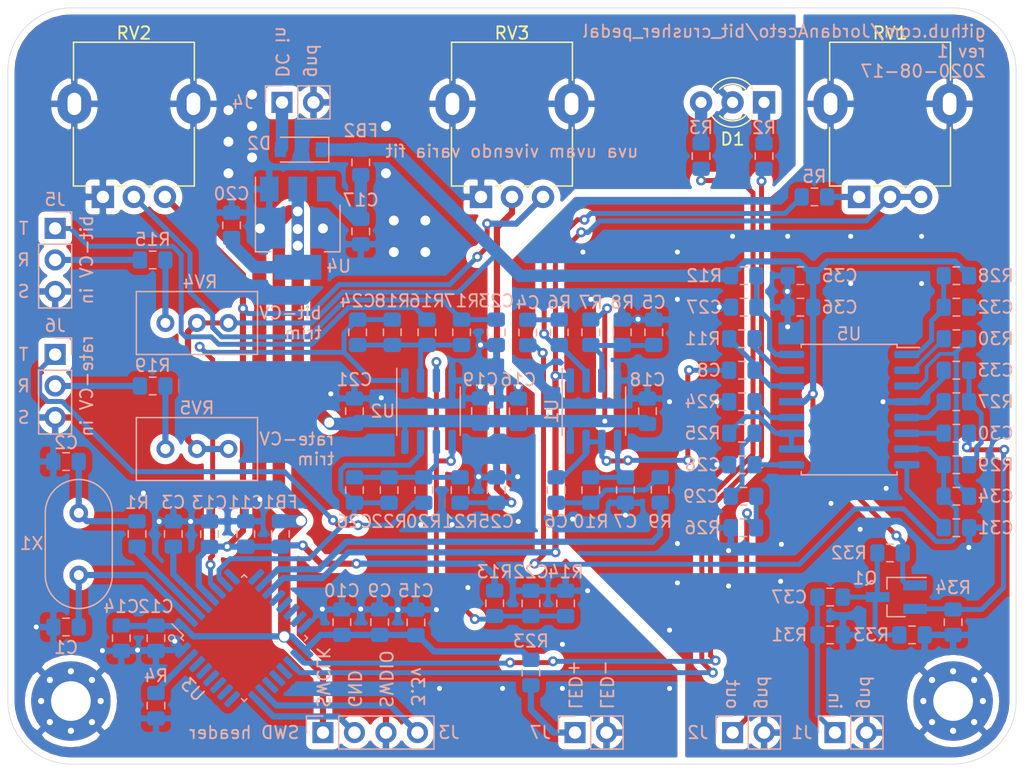
<source format=kicad_pcb>
(kicad_pcb (version 20171130) (host pcbnew 5.1.6-c6e7f7d~87~ubuntu18.04.1)
  (title_block (title "Bit Crusher Pedal") (date 2020-08-17) (rev 1) (comment 1 creativecommons.org/licenses/by/4.0/) (comment 2 "License: CC by 4.0") (comment 3 "Author: Jordan Aceto"))
  (layers (0 F.Cu signal) (31 B.Cu signal) (34 B.Paste user) (35 F.Paste user) (36 B.SilkS user) (37 F.SilkS user) (38 B.Mask user) (39 F.Mask user) (44 Edge.Cuts user))
  (net 0 "")
  (net 1 GND)
  (net 2 "Net-(C1-Pad1)")
  (net 3 "Net-(C2-Pad1)")
  (net 4 /microcontroller/NRST)
  (net 5 "Net-(C4-Pad1)")
  (net 6 "Net-(C5-Pad2)")
  (net 7 "Net-(C6-Pad2)")
  (net 8 "Net-(C7-Pad2)")
  (net 9 "Net-(C8-Pad1)")
  (net 10 +3V3)
  (net 11 +3.3VA)
  (net 12 "Net-(C17-Pad1)")
  (net 13 /control_voltage_generator/CV_amp_bias)
  (net 14 "Net-(C23-Pad1)")
  (net 15 "Net-(C24-Pad2)")
  (net 16 /microcontroller/resolution_CV_in)
  (net 17 "Net-(C25-Pad1)")
  (net 18 "Net-(C26-Pad2)")
  (net 19 /microcontroller/sample_rate_CV_in)
  (net 20 "Net-(D1-Pad3)")
  (net 21 "Net-(D1-Pad1)")
  (net 22 "Net-(D2-Pad2)")
  (net 23 +9V)
  (net 24 /microcontroller/SWDIO)
  (net 25 /microcontroller/SWCLK)
  (net 26 "Net-(J5-Pad2)")
  (net 27 "Net-(J5-Pad1)")
  (net 28 "Net-(J6-Pad2)")
  (net 29 "Net-(J6-Pad1)")
  (net 30 "Net-(R1-Pad1)")
  (net 31 "Net-(R2-Pad2)")
  (net 32 "Net-(R3-Pad2)")
  (net 33 /microcontroller/BOOT0)
  (net 34 /microcontroller/DAC_out)
  (net 35 /microcontroller/ADC_in)
  (net 36 "Net-(U3-Pad30)")
  (net 37 "Net-(U3-Pad29)")
  (net 38 "Net-(U3-Pad28)")
  (net 39 "Net-(U3-Pad27)")
  (net 40 "Net-(U3-Pad26)")
  (net 41 "Net-(U3-Pad25)")
  (net 42 "Net-(U3-Pad22)")
  (net 43 "Net-(U3-Pad21)")
  (net 44 "Net-(U3-Pad20)")
  (net 45 "Net-(U3-Pad15)")
  (net 46 "Net-(U3-Pad14)")
  (net 47 "Net-(U3-Pad13)")
  (net 48 "Net-(U3-Pad12)")
  (net 49 "Net-(U3-Pad9)")
  (net 50 "Net-(U3-Pad8)")
  (net 51 "Net-(J7-Pad1)")
  (net 52 /variable_gain_amp/audio_in)
  (net 53 /expander/expander_in)
  (net 54 "Net-(C27-Pad2)")
  (net 55 "Net-(C28-Pad1)")
  (net 56 "Net-(C29-Pad2)")
  (net 57 /expander/expander_out)
  (net 58 "Net-(C30-Pad2)")
  (net 59 "Net-(C30-Pad1)")
  (net 60 "Net-(C31-Pad2)")
  (net 61 "Net-(C32-Pad2)")
  (net 62 "Net-(C33-Pad2)")
  (net 63 "Net-(C34-Pad1)")
  (net 64 /compressor/compressor_in)
  (net 65 "Net-(R5-Pad2)")
  (net 66 "Net-(R5-Pad1)")
  (net 67 "Net-(R11-Pad1)")
  (net 68 "Net-(R15-Pad1)")
  (net 69 "Net-(R19-Pad1)")
  (net 70 "Net-(R24-Pad1)")
  (net 71 "Net-(R25-Pad2)")
  (net 72 "Net-(R27-Pad2)")
  (net 73 "Net-(R30-Pad2)")
  (net 74 "Net-(C37-Pad1)")
  (module Resistor_SMD:R_0805_2012Metric_Pad1.15x1.40mm_HandSolder (layer B.Cu) (at 152.4 100.321 90)
    (fp_text reference R34 (at 2.785 0 180) (layer B.SilkS) (effects (justify mirror)))
    (fp_text value 10k)
    (pad 2 smd roundrect (at 1.025 0 90) (size 1.15 1.4) (layers B.Cu B.Paste B.Mask) (roundrect_rratio 0.217391) (net 58 "Net-(C30-Pad2)"))
    (pad 1 smd roundrect (at -1.025 0 90) (size 1.15 1.4) (layers B.Cu B.Paste B.Mask) (roundrect_rratio 0.217391) (net 1 GND))
  )
  (module Resistor_SMD:R_0805_2012Metric_Pad1.15x1.40mm_HandSolder (layer B.Cu) (at 149.089 101.346 180)
    (fp_text reference R33 (at 3.293 0) (layer B.SilkS) (effects (justify mirror)))
    (fp_text value 2M2)
    (pad 2 smd roundrect (at 1.025 0 180) (size 1.15 1.4) (layers B.Cu B.Paste B.Mask) (roundrect_rratio 0.217391) (net 74 "Net-(C37-Pad1)"))
    (pad 1 smd roundrect (at -1.025 0 180) (size 1.15 1.4) (layers B.Cu B.Paste B.Mask) (roundrect_rratio 0.217391) (net 1 GND))
  )
  (module Resistor_SMD:R_0805_2012Metric_Pad1.15x1.40mm_HandSolder (layer B.Cu) (at 147.311 94.742)
    (fp_text reference R32 (at -3.311 0) (layer B.SilkS) (effects (justify mirror)))
    (fp_text value 2M2)
    (pad 2 smd roundrect (at 1.025 0) (size 1.15 1.4) (layers B.Cu B.Paste B.Mask) (roundrect_rratio 0.217391) (net 23 +9V))
    (pad 1 smd roundrect (at -1.025 0) (size 1.15 1.4) (layers B.Cu B.Paste B.Mask) (roundrect_rratio 0.217391) (net 74 "Net-(C37-Pad1)"))
  )
  (module Resistor_SMD:R_0805_2012Metric_Pad1.15x1.40mm_HandSolder (layer B.Cu) (at 142.485 101.346 180)
    (fp_text reference R31 (at 3.293 0) (layer B.SilkS) (effects (justify mirror)))
    (fp_text value 2M2)
    (pad 2 smd roundrect (at 1.025 0 180) (size 1.15 1.4) (layers B.Cu B.Paste B.Mask) (roundrect_rratio 0.217391) (net 64 /compressor/compressor_in))
    (pad 1 smd roundrect (at -1.025 0 180) (size 1.15 1.4) (layers B.Cu B.Paste B.Mask) (roundrect_rratio 0.217391) (net 1 GND))
  )
  (module Package_TO_SOT_SMD:SOT-23_Handsoldering (layer B.Cu) (at 147.828 98.298 180)
    (fp_text reference Q1 (at 2.54 1.524) (layer B.SilkS) (effects (justify mirror)))
    (fp_text value MMBF5457)
    (pad 3 smd rect (at 1.5 0 180) (size 1.9 0.8) (layers B.Cu B.Paste B.Mask) (net 74 "Net-(C37-Pad1)"))
    (pad 2 smd rect (at -1.5 -0.95 180) (size 1.9 0.8) (layers B.Cu B.Paste B.Mask) (net 58 "Net-(C30-Pad2)"))
    (pad 1 smd rect (at -1.5 0.95 180) (size 1.9 0.8) (layers B.Cu B.Paste B.Mask) (net 23 +9V))
  )
  (module Capacitor_SMD:C_0805_2012Metric_Pad1.15x1.40mm_HandSolder (layer B.Cu) (at 142.485 98.298 180)
    (fp_text reference C37 (at 3.293 0) (layer B.SilkS) (effects (justify mirror)))
    (fp_text value 10nF)
    (pad 2 smd roundrect (at 1.025 0 180) (size 1.15 1.4) (layers B.Cu B.Paste B.Mask) (roundrect_rratio 0.217391) (net 64 /compressor/compressor_in))
    (pad 1 smd roundrect (at -1.025 0 180) (size 1.15 1.4) (layers B.Cu B.Paste B.Mask) (roundrect_rratio 0.217391) (net 74 "Net-(C37-Pad1)"))
  )
  (module Package_TO_SOT_SMD:SOT-223-3_TabPin2 (layer B.Cu) (at 99.568 68.555 270)
    (fp_text reference U4 (at 3.073 -3.302 180) (layer B.SilkS) (effects (justify mirror)))
    (fp_text value AMS1117-3.3)
    (pad 1 smd rect (at -3.15 2.3 270) (size 2 1.5) (layers B.Cu B.Paste B.Mask) (net 1 GND))
    (pad 3 smd rect (at -3.15 -2.3 270) (size 2 1.5) (layers B.Cu B.Paste B.Mask) (net 12 "Net-(C17-Pad1)"))
    (pad 2 smd rect (at -3.15 0 270) (size 2 1.5) (layers B.Cu B.Paste B.Mask) (net 10 +3V3))
    (pad 2 smd rect (at 3.15 0 270) (size 2 3.8) (layers B.Cu B.Paste B.Mask) (net 10 +3V3))
  )
  (module Capacitor_SMD:C_0805_2012Metric_Pad1.15x1.40mm_HandSolder (layer B.Cu) (at 118.11 76.971 270)
    (fp_text reference C4 (at -2.404 0 180) (layer B.SilkS) (effects (justify mirror)))
    (fp_text value 47nF)
    (pad 2 smd roundrect (at 1.025 0 270) (size 1.15 1.4) (layers B.Cu B.Paste B.Mask) (roundrect_rratio 0.217391) (net 52 /variable_gain_amp/audio_in))
    (pad 1 smd roundrect (at -1.025 0 270) (size 1.15 1.4) (layers B.Cu B.Paste B.Mask) (roundrect_rratio 0.217391) (net 5 "Net-(C4-Pad1)"))
  )
  (module Package_SO:SOIC-16W_7.5x10.3mm_P1.27mm (layer B.Cu) (at 144.018 83.185 180)
    (fp_text reference U5 (at 0 6.1) (layer B.SilkS) (effects (justify mirror)))
    (fp_text value NE570)
    (pad 16 smd roundrect (at 4.65 4.445 180) (size 2.05 0.6) (layers B.Cu B.Paste B.Mask) (net 54 "Net-(C27-Pad2)"))
    (pad 15 smd roundrect (at 4.65 3.175 180) (size 2.05 0.6) (layers B.Cu B.Paste B.Mask) (net 67 "Net-(R11-Pad1)"))
    (pad 14 smd roundrect (at 4.65 1.905 180) (size 2.05 0.6) (layers B.Cu B.Paste B.Mask) (net 9 "Net-(C8-Pad1)"))
    (pad 13 smd roundrect (at 4.65 0.635 180) (size 2.05 0.6) (layers B.Cu B.Paste B.Mask) (net 23 +9V))
    (pad 12 smd roundrect (at 4.65 -0.635 180) (size 2.05 0.6) (layers B.Cu B.Paste B.Mask) (net 70 "Net-(R24-Pad1)"))
    (pad 11 smd roundrect (at 4.65 -1.905 180) (size 2.05 0.6) (layers B.Cu B.Paste B.Mask) (net 71 "Net-(R25-Pad2)"))
    (pad 10 smd roundrect (at 4.65 -3.175 180) (size 2.05 0.6) (layers B.Cu B.Paste B.Mask) (net 71 "Net-(R25-Pad2)"))
    (pad 9 smd roundrect (at 4.65 -4.445 180) (size 2.05 0.6) (layers B.Cu B.Paste B.Mask) (net 55 "Net-(C28-Pad1)"))
    (pad 8 smd roundrect (at -4.65 -4.445 180) (size 2.05 0.6) (layers B.Cu B.Paste B.Mask) (net 60 "Net-(C31-Pad2)"))
    (pad 7 smd roundrect (at -4.65 -3.175 180) (size 2.05 0.6) (layers B.Cu B.Paste B.Mask) (net 52 /variable_gain_amp/audio_in))
    (pad 6 smd roundrect (at -4.65 -1.905 180) (size 2.05 0.6) (layers B.Cu B.Paste B.Mask) (net 59 "Net-(C30-Pad1)"))
    (pad 5 smd roundrect (at -4.65 -0.635 180) (size 2.05 0.6) (layers B.Cu B.Paste B.Mask) (net 72 "Net-(R27-Pad2)"))
    (pad 4 smd roundrect (at -4.65 0.635 180) (size 2.05 0.6) (layers B.Cu B.Paste B.Mask) (net 1 GND))
    (pad 3 smd roundrect (at -4.65 1.905 180) (size 2.05 0.6) (layers B.Cu B.Paste B.Mask) (net 63 "Net-(C34-Pad1)"))
    (pad 2 smd roundrect (at -4.65 3.175 180) (size 2.05 0.6) (layers B.Cu B.Paste B.Mask) (net 73 "Net-(R30-Pad2)"))
    (pad 1 smd roundrect (at -4.65 4.445 180) (size 2.05 0.6) (layers B.Cu B.Paste B.Mask) (net 61 "Net-(C32-Pad2)"))
  )
  (module Package_SO:SOIC-8_3.9x4.9mm_P1.27mm (layer B.Cu) (at 123.444 83.312 270)
    (fp_text reference U1 (at 0 3.4 90) (layer B.SilkS) (effects (justify mirror)))
    (fp_text value MCP6002-xP)
    (pad 8 smd roundrect (at 2.475 1.905 270) (size 1.95 0.6) (layers B.Cu B.Paste B.Mask) (net 10 +3V3))
    (pad 7 smd roundrect (at 2.475 0.635 270) (size 1.95 0.6) (layers B.Cu B.Paste B.Mask) (net 53 /expander/expander_in))
    (pad 6 smd roundrect (at 2.475 -0.635 270) (size 1.95 0.6) (layers B.Cu B.Paste B.Mask) (net 53 /expander/expander_in))
    (pad 5 smd roundrect (at 2.475 -1.905 270) (size 1.95 0.6) (layers B.Cu B.Paste B.Mask) (net 8 "Net-(C7-Pad2)"))
    (pad 4 smd roundrect (at -2.475 -1.905 270) (size 1.95 0.6) (layers B.Cu B.Paste B.Mask) (net 1 GND))
    (pad 3 smd roundrect (at -2.475 -0.635 270) (size 1.95 0.6) (layers B.Cu B.Paste B.Mask) (net 6 "Net-(C5-Pad2)"))
    (pad 2 smd roundrect (at -2.475 0.635 270) (size 1.95 0.6) (layers B.Cu B.Paste B.Mask) (net 65 "Net-(R5-Pad2)"))
    (pad 1 smd roundrect (at -2.475 1.905 270) (size 1.95 0.6) (layers B.Cu B.Paste B.Mask) (net 35 /microcontroller/ADC_in))
  )
  (module Potentiometer_THT:Potentiometer_Bourns_3296W_Vertical (layer B.Cu) (at 88.9 86.36 180)
    (fp_text reference RV5 (at -2.54 3.302) (layer B.SilkS) (effects (justify mirror)))
    (fp_text value 100k)
    (pad 3 thru_hole circle (at -5.08 0 180) (size 1.44 1.44) (drill 0.8) (layers *.Cu *.Mask) (net 23 +9V))
    (pad 2 thru_hole circle (at -2.54 0 180) (size 1.44 1.44) (drill 0.8) (layers *.Cu *.Mask) (net 23 +9V))
    (pad 1 thru_hole circle (at 0 0 180) (size 1.44 1.44) (drill 0.8) (layers *.Cu *.Mask) (net 69 "Net-(R19-Pad1)"))
  )
  (module Potentiometer_THT:Potentiometer_Bourns_3296W_Vertical (layer B.Cu) (at 88.9 76.2 180)
    (fp_text reference RV4 (at -2.794 3.302) (layer B.SilkS) (effects (justify mirror)))
    (fp_text value 100k)
    (pad 3 thru_hole circle (at -5.08 0 180) (size 1.44 1.44) (drill 0.8) (layers *.Cu *.Mask) (net 23 +9V))
    (pad 2 thru_hole circle (at -2.54 0 180) (size 1.44 1.44) (drill 0.8) (layers *.Cu *.Mask) (net 23 +9V))
    (pad 1 thru_hole circle (at 0 0 180) (size 1.44 1.44) (drill 0.8) (layers *.Cu *.Mask) (net 68 "Net-(R15-Pad1)"))
  )
  (module Resistor_SMD:R_0805_2012Metric_Pad1.15x1.40mm_HandSolder (layer B.Cu) (at 152.663 77.47 180)
    (fp_text reference R30 (at -3.166 0) (layer B.SilkS) (effects (justify mirror)))
    (fp_text value 10k)
    (pad 2 smd roundrect (at 1.025 0 180) (size 1.15 1.4) (layers B.Cu B.Paste B.Mask) (roundrect_rratio 0.217391) (net 73 "Net-(R30-Pad2)"))
    (pad 1 smd roundrect (at -1.025 0 180) (size 1.15 1.4) (layers B.Cu B.Paste B.Mask) (roundrect_rratio 0.217391) (net 63 "Net-(C34-Pad1)"))
  )
  (module Resistor_SMD:R_0805_2012Metric_Pad1.15x1.40mm_HandSolder (layer B.Cu) (at 152.663 87.63)
    (fp_text reference R29 (at 3.166 0) (layer B.SilkS) (effects (justify mirror)))
    (fp_text value 22k)
    (pad 2 smd roundrect (at 1.025 0) (size 1.15 1.4) (layers B.Cu B.Paste B.Mask) (roundrect_rratio 0.217391) (net 62 "Net-(C33-Pad2)"))
    (pad 1 smd roundrect (at -1.025 0) (size 1.15 1.4) (layers B.Cu B.Paste B.Mask) (roundrect_rratio 0.217391) (net 52 /variable_gain_amp/audio_in))
  )
  (module Resistor_SMD:R_0805_2012Metric_Pad1.15x1.40mm_HandSolder (layer B.Cu) (at 152.663 72.39 180)
    (fp_text reference R28 (at -3.166 0) (layer B.SilkS) (effects (justify mirror)))
    (fp_text value 2M2)
    (pad 2 smd roundrect (at 1.025 0 180) (size 1.15 1.4) (layers B.Cu B.Paste B.Mask) (roundrect_rratio 0.217391) (net 61 "Net-(C32-Pad2)"))
    (pad 1 smd roundrect (at -1.025 0 180) (size 1.15 1.4) (layers B.Cu B.Paste B.Mask) (roundrect_rratio 0.217391) (net 23 +9V))
  )
  (module Resistor_SMD:R_0805_2012Metric_Pad1.15x1.40mm_HandSolder (layer B.Cu) (at 152.663 82.55 180)
    (fp_text reference R27 (at -3.166 0) (layer B.SilkS) (effects (justify mirror)))
    (fp_text value 22k)
    (pad 2 smd roundrect (at 1.025 0 180) (size 1.15 1.4) (layers B.Cu B.Paste B.Mask) (roundrect_rratio 0.217391) (net 72 "Net-(R27-Pad2)"))
    (pad 1 smd roundrect (at -1.025 0 180) (size 1.15 1.4) (layers B.Cu B.Paste B.Mask) (roundrect_rratio 0.217391) (net 62 "Net-(C33-Pad2)"))
  )
  (module Resistor_SMD:R_0805_2012Metric_Pad1.15x1.40mm_HandSolder (layer B.Cu) (at 135.5 92.71)
    (fp_text reference R26 (at -3.311 0) (layer B.SilkS) (effects (justify mirror)))
    (fp_text value 1M)
    (pad 2 smd roundrect (at 1.025 0) (size 1.15 1.4) (layers B.Cu B.Paste B.Mask) (roundrect_rratio 0.217391) (net 57 /expander/expander_out))
    (pad 1 smd roundrect (at -1.025 0) (size 1.15 1.4) (layers B.Cu B.Paste B.Mask) (roundrect_rratio 0.217391) (net 1 GND))
  )
  (module Resistor_SMD:R_0805_2012Metric_Pad1.15x1.40mm_HandSolder (layer B.Cu) (at 135.373 85.09 180)
    (fp_text reference R25 (at 3.166 0) (layer B.SilkS) (effects (justify mirror)))
    (fp_text value 560)
    (pad 2 smd roundrect (at 1.025 0 180) (size 1.15 1.4) (layers B.Cu B.Paste B.Mask) (roundrect_rratio 0.217391) (net 71 "Net-(R25-Pad2)"))
    (pad 1 smd roundrect (at -1.025 0 180) (size 1.15 1.4) (layers B.Cu B.Paste B.Mask) (roundrect_rratio 0.217391) (net 56 "Net-(C29-Pad2)"))
  )
  (module Resistor_SMD:R_0805_2012Metric_Pad1.15x1.40mm_HandSolder (layer B.Cu) (at 135.373 82.55 180)
    (fp_text reference R24 (at 3.166 0) (layer B.SilkS) (effects (justify mirror)))
    (fp_text value opt)
    (pad 2 smd roundrect (at 1.025 0 180) (size 1.15 1.4) (layers B.Cu B.Paste B.Mask) (roundrect_rratio 0.217391) (net 1 GND))
    (pad 1 smd roundrect (at -1.025 0 180) (size 1.15 1.4) (layers B.Cu B.Paste B.Mask) (roundrect_rratio 0.217391) (net 70 "Net-(R24-Pad1)"))
  )
  (module Resistor_SMD:R_0805_2012Metric_Pad1.15x1.40mm_HandSolder (layer B.Cu) (at 87.875 81.28 180)
    (fp_text reference R19 (at 0 1.65) (layer B.SilkS) (effects (justify mirror)))
    (fp_text value 10k)
    (pad 2 smd roundrect (at 1.025 0 180) (size 1.15 1.4) (layers B.Cu B.Paste B.Mask) (roundrect_rratio 0.217391) (net 28 "Net-(J6-Pad2)"))
    (pad 1 smd roundrect (at -1.025 0 180) (size 1.15 1.4) (layers B.Cu B.Paste B.Mask) (roundrect_rratio 0.217391) (net 69 "Net-(R19-Pad1)"))
  )
  (module Resistor_SMD:R_0805_2012Metric_Pad1.15x1.40mm_HandSolder (layer B.Cu) (at 135.518 72.39)
    (fp_text reference R12 (at -3.184 0) (layer B.SilkS) (effects (justify mirror)))
    (fp_text value 2M2)
    (pad 2 smd roundrect (at 1.025 0) (size 1.15 1.4) (layers B.Cu B.Paste B.Mask) (roundrect_rratio 0.217391) (net 54 "Net-(C27-Pad2)"))
    (pad 1 smd roundrect (at -1.025 0) (size 1.15 1.4) (layers B.Cu B.Paste B.Mask) (roundrect_rratio 0.217391) (net 23 +9V))
  )
  (module Resistor_SMD:R_0805_2012Metric_Pad1.15x1.40mm_HandSolder (layer B.Cu) (at 135.373 77.47 180)
    (fp_text reference R11 (at 3.166 0) (layer B.SilkS) (effects (justify mirror)))
    (fp_text value 10k)
    (pad 2 smd roundrect (at 1.025 0 180) (size 1.15 1.4) (layers B.Cu B.Paste B.Mask) (roundrect_rratio 0.217391) (net 9 "Net-(C8-Pad1)"))
    (pad 1 smd roundrect (at -1.025 0 180) (size 1.15 1.4) (layers B.Cu B.Paste B.Mask) (roundrect_rratio 0.217391) (net 67 "Net-(R11-Pad1)"))
  )
  (module Resistor_SMD:R_0805_2012Metric_Pad1.15x1.40mm_HandSolder (layer B.Cu) (at 141.215 66.04 180)
    (fp_text reference R5 (at 0 1.65) (layer B.SilkS) (effects (justify mirror)))
    (fp_text value 22k)
    (pad 2 smd roundrect (at 1.025 0 180) (size 1.15 1.4) (layers B.Cu B.Paste B.Mask) (roundrect_rratio 0.217391) (net 65 "Net-(R5-Pad2)"))
    (pad 1 smd roundrect (at -1.025 0 180) (size 1.15 1.4) (layers B.Cu B.Paste B.Mask) (roundrect_rratio 0.217391) (net 66 "Net-(R5-Pad1)"))
  )
  (module Capacitor_SMD:C_0805_2012Metric_Pad1.15x1.40mm_HandSolder (layer B.Cu) (at 140.09 74.93 180)
    (fp_text reference C36 (at -3.166 0) (layer B.SilkS) (effects (justify mirror)))
    (fp_text value 100nF)
    (pad 2 smd roundrect (at 1.025 0 180) (size 1.15 1.4) (layers B.Cu B.Paste B.Mask) (roundrect_rratio 0.217391) (net 1 GND))
    (pad 1 smd roundrect (at -1.025 0 180) (size 1.15 1.4) (layers B.Cu B.Paste B.Mask) (roundrect_rratio 0.217391) (net 23 +9V))
  )
  (module Capacitor_SMD:C_0805_2012Metric_Pad1.15x1.40mm_HandSolder (layer B.Cu) (at 140.09 72.39 180)
    (fp_text reference C35 (at -3.166 0) (layer B.SilkS) (effects (justify mirror)))
    (fp_text value 10uF)
    (pad 2 smd roundrect (at 1.025 0 180) (size 1.15 1.4) (layers B.Cu B.Paste B.Mask) (roundrect_rratio 0.217391) (net 1 GND))
    (pad 1 smd roundrect (at -1.025 0 180) (size 1.15 1.4) (layers B.Cu B.Paste B.Mask) (roundrect_rratio 0.217391) (net 23 +9V))
  )
  (module Capacitor_SMD:C_0805_2012Metric_Pad1.15x1.40mm_HandSolder (layer B.Cu) (at 152.663 90.17 180)
    (fp_text reference C34 (at -3.166 0) (layer B.SilkS) (effects (justify mirror)))
    (fp_text value 2.2uF)
    (pad 2 smd roundrect (at 1.025 0 180) (size 1.15 1.4) (layers B.Cu B.Paste B.Mask) (roundrect_rratio 0.217391) (net 52 /variable_gain_amp/audio_in))
    (pad 1 smd roundrect (at -1.025 0 180) (size 1.15 1.4) (layers B.Cu B.Paste B.Mask) (roundrect_rratio 0.217391) (net 63 "Net-(C34-Pad1)"))
  )
  (module Capacitor_SMD:C_0805_2012Metric_Pad1.15x1.40mm_HandSolder (layer B.Cu) (at 152.663 80.01)
    (fp_text reference C33 (at 3.166 0) (layer B.SilkS) (effects (justify mirror)))
    (fp_text value 10uF)
    (pad 2 smd roundrect (at 1.025 0) (size 1.15 1.4) (layers B.Cu B.Paste B.Mask) (roundrect_rratio 0.217391) (net 62 "Net-(C33-Pad2)"))
    (pad 1 smd roundrect (at -1.025 0) (size 1.15 1.4) (layers B.Cu B.Paste B.Mask) (roundrect_rratio 0.217391) (net 1 GND))
  )
  (module Capacitor_SMD:C_0805_2012Metric_Pad1.15x1.40mm_HandSolder (layer B.Cu) (at 152.663 74.93 180)
    (fp_text reference C32 (at -3.166 0) (layer B.SilkS) (effects (justify mirror)))
    (fp_text value 220nF)
    (pad 2 smd roundrect (at 1.025 0 180) (size 1.15 1.4) (layers B.Cu B.Paste B.Mask) (roundrect_rratio 0.217391) (net 61 "Net-(C32-Pad2)"))
    (pad 1 smd roundrect (at -1.025 0 180) (size 1.15 1.4) (layers B.Cu B.Paste B.Mask) (roundrect_rratio 0.217391) (net 1 GND))
  )
  (module Capacitor_SMD:C_0805_2012Metric_Pad1.15x1.40mm_HandSolder (layer B.Cu) (at 152.663 92.71 180)
    (fp_text reference C31 (at -3.166 0) (layer B.SilkS) (effects (justify mirror)))
    (fp_text value 220pF)
    (pad 2 smd roundrect (at 1.025 0 180) (size 1.15 1.4) (layers B.Cu B.Paste B.Mask) (roundrect_rratio 0.217391) (net 60 "Net-(C31-Pad2)"))
    (pad 1 smd roundrect (at -1.025 0 180) (size 1.15 1.4) (layers B.Cu B.Paste B.Mask) (roundrect_rratio 0.217391) (net 1 GND))
  )
  (module Capacitor_SMD:C_0805_2012Metric_Pad1.15x1.40mm_HandSolder (layer B.Cu) (at 152.663 85.09)
    (fp_text reference C30 (at 3.166 0) (layer B.SilkS) (effects (justify mirror)))
    (fp_text value 220nF)
    (pad 2 smd roundrect (at 1.025 0) (size 1.15 1.4) (layers B.Cu B.Paste B.Mask) (roundrect_rratio 0.217391) (net 58 "Net-(C30-Pad2)"))
    (pad 1 smd roundrect (at -1.025 0) (size 1.15 1.4) (layers B.Cu B.Paste B.Mask) (roundrect_rratio 0.217391) (net 59 "Net-(C30-Pad1)"))
  )
  (module Capacitor_SMD:C_0805_2012Metric_Pad1.15x1.40mm_HandSolder (layer B.Cu) (at 135.5 90.17 180)
    (fp_text reference C29 (at 3.42 0) (layer B.SilkS) (effects (justify mirror)))
    (fp_text value 10uF)
    (pad 2 smd roundrect (at 1.025 0 180) (size 1.15 1.4) (layers B.Cu B.Paste B.Mask) (roundrect_rratio 0.217391) (net 56 "Net-(C29-Pad2)"))
    (pad 1 smd roundrect (at -1.025 0 180) (size 1.15 1.4) (layers B.Cu B.Paste B.Mask) (roundrect_rratio 0.217391) (net 57 /expander/expander_out))
  )
  (module Capacitor_SMD:C_0805_2012Metric_Pad1.15x1.40mm_HandSolder (layer B.Cu) (at 135.373 87.63 180)
    (fp_text reference C28 (at 3.166 0) (layer B.SilkS) (effects (justify mirror)))
    (fp_text value 220pF)
    (pad 2 smd roundrect (at 1.025 0 180) (size 1.15 1.4) (layers B.Cu B.Paste B.Mask) (roundrect_rratio 0.217391) (net 1 GND))
    (pad 1 smd roundrect (at -1.025 0 180) (size 1.15 1.4) (layers B.Cu B.Paste B.Mask) (roundrect_rratio 0.217391) (net 55 "Net-(C28-Pad1)"))
  )
  (module Capacitor_SMD:C_0805_2012Metric_Pad1.15x1.40mm_HandSolder (layer B.Cu) (at 135.518 74.93)
    (fp_text reference C27 (at -3.184 0) (layer B.SilkS) (effects (justify mirror)))
    (fp_text value 220nF)
    (pad 2 smd roundrect (at 1.025 0) (size 1.15 1.4) (layers B.Cu B.Paste B.Mask) (roundrect_rratio 0.217391) (net 54 "Net-(C27-Pad2)"))
    (pad 1 smd roundrect (at -1.025 0) (size 1.15 1.4) (layers B.Cu B.Paste B.Mask) (roundrect_rratio 0.217391) (net 1 GND))
  )
  (module Capacitor_SMD:C_0805_2012Metric_Pad1.15x1.40mm_HandSolder (layer B.Cu) (at 135.373 80.01 180)
    (fp_text reference C8 (at 2.658 0) (layer B.SilkS) (effects (justify mirror)))
    (fp_text value 470nF)
    (pad 2 smd roundrect (at 1.025 0 180) (size 1.15 1.4) (layers B.Cu B.Paste B.Mask) (roundrect_rratio 0.217391) (net 53 /expander/expander_in))
    (pad 1 smd roundrect (at -1.025 0 180) (size 1.15 1.4) (layers B.Cu B.Paste B.Mask) (roundrect_rratio 0.217391) (net 9 "Net-(C8-Pad1)"))
  )
  (module Resistor_SMD:R_0805_2012Metric_Pad1.15x1.40mm_HandSolder (layer B.Cu) (at 118.364 104.385 90)
    (fp_text reference R23 (at 2.54 0 180) (layer B.SilkS) (effects (justify mirror)))
    (fp_text value 330)
    (pad 2 smd roundrect (at 1.025 0 90) (size 1.15 1.4) (layers B.Cu B.Paste B.Mask) (roundrect_rratio 0.217391) (net 10 +3V3))
    (pad 1 smd roundrect (at -1.025 0 90) (size 1.15 1.4) (layers B.Cu B.Paste B.Mask) (roundrect_rratio 0.217391) (net 51 "Net-(J7-Pad1)"))
  )
  (module Connector_PinHeader_2.54mm:PinHeader_1x02_P2.54mm_Vertical (layer B.Cu) (at 121.92 109.22 270)
    (fp_text reference J7 (at 0 2.794 180) (layer B.SilkS) (effects (justify mirror)))
    (fp_text value to_LED)
    (pad 2 thru_hole oval (at 0 -2.54 270) (size 1.7 1.7) (drill 1) (layers *.Cu *.Mask) (net 1 GND))
    (pad 1 thru_hole rect (at 0 0 270) (size 1.7 1.7) (drill 1) (layers *.Cu *.Mask) (net 51 "Net-(J7-Pad1)"))
  )
  (module MountingHole:MountingHole_3.2mm_M3_Pad_Via (layer F.Cu) (at 152.4 106.68)
    (fp_text reference H2 hide)
    (fp_text value MountingHole_Pad)
    (pad 1 thru_hole circle (at 1.697056 -1.697056) (size 0.8 0.8) (drill 0.5) (layers *.Cu *.Mask) (net 1 GND))
    (pad 1 thru_hole circle (at 0 -2.4) (size 0.8 0.8) (drill 0.5) (layers *.Cu *.Mask) (net 1 GND))
    (pad 1 thru_hole circle (at -1.697056 -1.697056) (size 0.8 0.8) (drill 0.5) (layers *.Cu *.Mask) (net 1 GND))
    (pad 1 thru_hole circle (at -2.4 0) (size 0.8 0.8) (drill 0.5) (layers *.Cu *.Mask) (net 1 GND))
    (pad 1 thru_hole circle (at -1.697056 1.697056) (size 0.8 0.8) (drill 0.5) (layers *.Cu *.Mask) (net 1 GND))
    (pad 1 thru_hole circle (at 0 2.4) (size 0.8 0.8) (drill 0.5) (layers *.Cu *.Mask) (net 1 GND))
    (pad 1 thru_hole circle (at 1.697056 1.697056) (size 0.8 0.8) (drill 0.5) (layers *.Cu *.Mask) (net 1 GND))
    (pad 1 thru_hole circle (at 2.4 0) (size 0.8 0.8) (drill 0.5) (layers *.Cu *.Mask) (net 1 GND))
    (pad 1 thru_hole circle (at 0 0) (size 6.4 6.4) (drill 3.2) (layers *.Cu *.Mask) (net 1 GND))
  )
  (module MountingHole:MountingHole_3.2mm_M3_Pad_Via (layer F.Cu) (at 81.28 106.68)
    (fp_text reference H1 hide)
    (fp_text value MountingHole_Pad)
    (pad 1 thru_hole circle (at 1.697056 -1.697056) (size 0.8 0.8) (drill 0.5) (layers *.Cu *.Mask) (net 1 GND))
    (pad 1 thru_hole circle (at 0 -2.4) (size 0.8 0.8) (drill 0.5) (layers *.Cu *.Mask) (net 1 GND))
    (pad 1 thru_hole circle (at -1.697056 -1.697056) (size 0.8 0.8) (drill 0.5) (layers *.Cu *.Mask) (net 1 GND))
    (pad 1 thru_hole circle (at -2.4 0) (size 0.8 0.8) (drill 0.5) (layers *.Cu *.Mask) (net 1 GND))
    (pad 1 thru_hole circle (at -1.697056 1.697056) (size 0.8 0.8) (drill 0.5) (layers *.Cu *.Mask) (net 1 GND))
    (pad 1 thru_hole circle (at 0 2.4) (size 0.8 0.8) (drill 0.5) (layers *.Cu *.Mask) (net 1 GND))
    (pad 1 thru_hole circle (at 1.697056 1.697056) (size 0.8 0.8) (drill 0.5) (layers *.Cu *.Mask) (net 1 GND))
    (pad 1 thru_hole circle (at 2.4 0) (size 0.8 0.8) (drill 0.5) (layers *.Cu *.Mask) (net 1 GND))
    (pad 1 thru_hole circle (at 0 0) (size 6.4 6.4) (drill 3.2) (layers *.Cu *.Mask) (net 1 GND))
  )
  (module Crystal:Resonator-2Pin_W10.0mm_H5.0mm (layer B.Cu) (at 81.915 96.52 90)
    (fp_text reference X1 (at 2.54 -3.81 180) (layer B.SilkS) (effects (justify mirror)))
    (fp_text value 8MHz)
    (pad 2 thru_hole circle (at 5 0 90) (size 1.5 1.5) (drill 0.8) (layers *.Cu *.Mask) (net 3 "Net-(C2-Pad1)"))
    (pad 1 thru_hole circle (at 0 0 90) (size 1.5 1.5) (drill 0.8) (layers *.Cu *.Mask) (net 2 "Net-(C1-Pad1)"))
  )
  (module Package_QFP:LQFP-32_7x7mm_P0.8mm (layer B.Cu) (at 95.25 101.6 315)
    (fp_text reference U3 (at 0 5.88 135) (layer B.SilkS) (effects (justify mirror)))
    (fp_text value STM32F334K6Tx)
    (pad 32 smd roundrect (at -2.8 4.175 315) (size 0.5 1.5) (layers B.Cu B.Paste B.Mask) (net 1 GND))
    (pad 31 smd roundrect (at -2 4.175 315) (size 0.5 1.5) (layers B.Cu B.Paste B.Mask) (net 33 /microcontroller/BOOT0))
    (pad 30 smd roundrect (at -1.2 4.175 315) (size 0.5 1.5) (layers B.Cu B.Paste B.Mask) (net 36 "Net-(U3-Pad30)"))
    (pad 29 smd roundrect (at -0.4 4.175 315) (size 0.5 1.5) (layers B.Cu B.Paste B.Mask) (net 37 "Net-(U3-Pad29)"))
    (pad 28 smd roundrect (at 0.4 4.175 315) (size 0.5 1.5) (layers B.Cu B.Paste B.Mask) (net 38 "Net-(U3-Pad28)"))
    (pad 27 smd roundrect (at 1.2 4.175 315) (size 0.5 1.5) (layers B.Cu B.Paste B.Mask) (net 39 "Net-(U3-Pad27)"))
    (pad 26 smd roundrect (at 2 4.175 315) (size 0.5 1.5) (layers B.Cu B.Paste B.Mask) (net 40 "Net-(U3-Pad26)"))
    (pad 25 smd roundrect (at 2.8 4.175 315) (size 0.5 1.5) (layers B.Cu B.Paste B.Mask) (net 41 "Net-(U3-Pad25)"))
    (pad 24 smd roundrect (at 4.175 2.8 315) (size 1.5 0.5) (layers B.Cu B.Paste B.Mask) (net 25 /microcontroller/SWCLK))
    (pad 23 smd roundrect (at 4.175 2 315) (size 1.5 0.5) (layers B.Cu B.Paste B.Mask) (net 24 /microcontroller/SWDIO))
    (pad 22 smd roundrect (at 4.175 1.2 315) (size 1.5 0.5) (layers B.Cu B.Paste B.Mask) (net 42 "Net-(U3-Pad22)"))
    (pad 21 smd roundrect (at 4.175 0.4 315) (size 1.5 0.5) (layers B.Cu B.Paste B.Mask) (net 43 "Net-(U3-Pad21)"))
    (pad 20 smd roundrect (at 4.175 -0.4 315) (size 1.5 0.5) (layers B.Cu B.Paste B.Mask) (net 44 "Net-(U3-Pad20)"))
    (pad 19 smd roundrect (at 4.175 -1.2 315) (size 1.5 0.5) (layers B.Cu B.Paste B.Mask) (net 32 "Net-(R3-Pad2)"))
    (pad 18 smd roundrect (at 4.175 -2 315) (size 1.5 0.5) (layers B.Cu B.Paste B.Mask) (net 31 "Net-(R2-Pad2)"))
    (pad 17 smd roundrect (at 4.175 -2.8 315) (size 1.5 0.5) (layers B.Cu B.Paste B.Mask) (net 10 +3V3))
    (pad 16 smd roundrect (at 2.8 -4.175 315) (size 0.5 1.5) (layers B.Cu B.Paste B.Mask) (net 1 GND))
    (pad 15 smd roundrect (at 2 -4.175 315) (size 0.5 1.5) (layers B.Cu B.Paste B.Mask) (net 45 "Net-(U3-Pad15)"))
    (pad 14 smd roundrect (at 1.2 -4.175 315) (size 0.5 1.5) (layers B.Cu B.Paste B.Mask) (net 46 "Net-(U3-Pad14)"))
    (pad 13 smd roundrect (at 0.4 -4.175 315) (size 0.5 1.5) (layers B.Cu B.Paste B.Mask) (net 47 "Net-(U3-Pad13)"))
    (pad 12 smd roundrect (at -0.4 -4.175 315) (size 0.5 1.5) (layers B.Cu B.Paste B.Mask) (net 48 "Net-(U3-Pad12)"))
    (pad 11 smd roundrect (at -1.2 -4.175 315) (size 0.5 1.5) (layers B.Cu B.Paste B.Mask) (net 35 /microcontroller/ADC_in))
    (pad 10 smd roundrect (at -2 -4.175 315) (size 0.5 1.5) (layers B.Cu B.Paste B.Mask) (net 34 /microcontroller/DAC_out))
    (pad 9 smd roundrect (at -2.8 -4.175 315) (size 0.5 1.5) (layers B.Cu B.Paste B.Mask) (net 49 "Net-(U3-Pad9)"))
    (pad 8 smd roundrect (at -4.175 -2.8 315) (size 1.5 0.5) (layers B.Cu B.Paste B.Mask) (net 50 "Net-(U3-Pad8)"))
    (pad 7 smd roundrect (at -4.175 -2 315) (size 1.5 0.5) (layers B.Cu B.Paste B.Mask) (net 19 /microcontroller/sample_rate_CV_in))
    (pad 6 smd roundrect (at -4.175 -1.2 315) (size 1.5 0.5) (layers B.Cu B.Paste B.Mask) (net 16 /microcontroller/resolution_CV_in))
    (pad 5 smd roundrect (at -4.175 -0.4 315) (size 1.5 0.5) (layers B.Cu B.Paste B.Mask) (net 11 +3.3VA))
    (pad 4 smd roundrect (at -4.175 0.4 315) (size 1.5 0.5) (layers B.Cu B.Paste B.Mask) (net 4 /microcontroller/NRST))
    (pad 3 smd roundrect (at -4.175 1.2 315) (size 1.5 0.5) (layers B.Cu B.Paste B.Mask) (net 30 "Net-(R1-Pad1)"))
    (pad 2 smd roundrect (at -4.175 2 315) (size 1.5 0.5) (layers B.Cu B.Paste B.Mask) (net 2 "Net-(C1-Pad1)"))
    (pad 1 smd roundrect (at -4.175 2.8 315) (size 1.5 0.5) (layers B.Cu B.Paste B.Mask) (net 10 +3V3))
  )
  (module Package_SO:SOIC-8_3.9x4.9mm_P1.27mm (layer B.Cu) (at 110.109 83.312 270)
    (fp_text reference U2 (at 0 3.683 180) (layer B.SilkS) (effects (justify mirror)))
    (fp_text value MCP6002-xP)
    (pad 8 smd roundrect (at 2.475 1.905 270) (size 1.95 0.6) (layers B.Cu B.Paste B.Mask) (net 10 +3V3))
    (pad 7 smd roundrect (at 2.475 0.635 270) (size 1.95 0.6) (layers B.Cu B.Paste B.Mask) (net 19 /microcontroller/sample_rate_CV_in))
    (pad 6 smd roundrect (at 2.475 -0.635 270) (size 1.95 0.6) (layers B.Cu B.Paste B.Mask) (net 18 "Net-(C26-Pad2)"))
    (pad 5 smd roundrect (at 2.475 -1.905 270) (size 1.95 0.6) (layers B.Cu B.Paste B.Mask) (net 13 /control_voltage_generator/CV_amp_bias))
    (pad 4 smd roundrect (at -2.475 -1.905 270) (size 1.95 0.6) (layers B.Cu B.Paste B.Mask) (net 1 GND))
    (pad 3 smd roundrect (at -2.475 -0.635 270) (size 1.95 0.6) (layers B.Cu B.Paste B.Mask) (net 13 /control_voltage_generator/CV_amp_bias))
    (pad 2 smd roundrect (at -2.475 0.635 270) (size 1.95 0.6) (layers B.Cu B.Paste B.Mask) (net 15 "Net-(C24-Pad2)"))
    (pad 1 smd roundrect (at -2.475 1.905 270) (size 1.95 0.6) (layers B.Cu B.Paste B.Mask) (net 16 /microcontroller/resolution_CV_in))
  )
  (module Potentiometer_THT:Potentiometer_Alpha_RD901F-40-00D_Single_Vertical (layer F.Cu) (at 114.34 66.04 90)
    (fp_text reference RV3 (at 13.208 2.5) (layer F.SilkS))
    (fp_text value 10k)
    (pad "" thru_hole oval (at 7.5 -2.3 180) (size 2.72 3.24) (drill oval 1.1 1.8) (layers *.Cu *.Mask) (net 1 GND))
    (pad "" thru_hole oval (at 7.5 7.3 180) (size 2.72 3.24) (drill oval 1.1 1.8) (layers *.Cu *.Mask) (net 1 GND))
    (pad 3 thru_hole circle (at 0 5 180) (size 1.8 1.8) (drill 1) (layers *.Cu *.Mask) (net 11 +3.3VA))
    (pad 2 thru_hole circle (at 0 2.5 180) (size 1.8 1.8) (drill 1) (layers *.Cu *.Mask) (net 17 "Net-(C25-Pad1)"))
    (pad 1 thru_hole rect (at 0 0 180) (size 1.8 1.8) (drill 1) (layers *.Cu *.Mask) (net 1 GND))
  )
  (module Potentiometer_THT:Potentiometer_Alpha_RD901F-40-00D_Single_Vertical (layer F.Cu) (at 83.86 66.04 90)
    (fp_text reference RV2 (at 13.208 2.5) (layer F.SilkS))
    (fp_text value 10k)
    (pad "" thru_hole oval (at 7.5 -2.3 180) (size 2.72 3.24) (drill oval 1.1 1.8) (layers *.Cu *.Mask) (net 1 GND))
    (pad "" thru_hole oval (at 7.5 7.3 180) (size 2.72 3.24) (drill oval 1.1 1.8) (layers *.Cu *.Mask) (net 1 GND))
    (pad 3 thru_hole circle (at 0 5 180) (size 1.8 1.8) (drill 1) (layers *.Cu *.Mask) (net 11 +3.3VA))
    (pad 2 thru_hole circle (at 0 2.5 180) (size 1.8 1.8) (drill 1) (layers *.Cu *.Mask) (net 14 "Net-(C23-Pad1)"))
    (pad 1 thru_hole rect (at 0 0 180) (size 1.8 1.8) (drill 1) (layers *.Cu *.Mask) (net 1 GND))
  )
  (module Potentiometer_THT:Potentiometer_Alpha_RD901F-40-00D_Single_Vertical (layer F.Cu) (at 144.82 66.04 90)
    (fp_text reference RV1 (at 13.208 2.5) (layer F.SilkS))
    (fp_text value 1M)
    (pad "" thru_hole oval (at 7.5 -2.3 180) (size 2.72 3.24) (drill oval 1.1 1.8) (layers *.Cu *.Mask) (net 1 GND))
    (pad "" thru_hole oval (at 7.5 7.3 180) (size 2.72 3.24) (drill oval 1.1 1.8) (layers *.Cu *.Mask) (net 1 GND))
    (pad 3 thru_hole circle (at 0 5 180) (size 1.8 1.8) (drill 1) (layers *.Cu *.Mask) (net 35 /microcontroller/ADC_in))
    (pad 2 thru_hole circle (at 0 2.5 180) (size 1.8 1.8) (drill 1) (layers *.Cu *.Mask) (net 35 /microcontroller/ADC_in))
    (pad 1 thru_hole rect (at 0 0 180) (size 1.8 1.8) (drill 1) (layers *.Cu *.Mask) (net 66 "Net-(R5-Pad1)"))
  )
  (module Resistor_SMD:R_0805_2012Metric_Pad1.15x1.40mm_HandSolder (layer B.Cu) (at 106.934 89.671 90)
    (fp_text reference R22 (at -2.531 0 180) (layer B.SilkS) (effects (justify mirror)))
    (fp_text value 68k)
    (pad 2 smd roundrect (at 1.025 0 90) (size 1.15 1.4) (layers B.Cu B.Paste B.Mask) (roundrect_rratio 0.217391) (net 18 "Net-(C26-Pad2)"))
    (pad 1 smd roundrect (at -1.025 0 90) (size 1.15 1.4) (layers B.Cu B.Paste B.Mask) (roundrect_rratio 0.217391) (net 19 /microcontroller/sample_rate_CV_in))
  )
  (module Resistor_SMD:R_0805_2012Metric_Pad1.15x1.40mm_HandSolder (layer B.Cu) (at 112.649 89.671 270)
    (fp_text reference R21 (at 2.531 0 180) (layer B.SilkS) (effects (justify mirror)))
    (fp_text value 68k)
    (pad 2 smd roundrect (at 1.025 0 270) (size 1.15 1.4) (layers B.Cu B.Paste B.Mask) (roundrect_rratio 0.217391) (net 17 "Net-(C25-Pad1)"))
    (pad 1 smd roundrect (at -1.025 0 270) (size 1.15 1.4) (layers B.Cu B.Paste B.Mask) (roundrect_rratio 0.217391) (net 18 "Net-(C26-Pad2)"))
  )
  (module Resistor_SMD:R_0805_2012Metric_Pad1.15x1.40mm_HandSolder (layer B.Cu) (at 109.728 89.671 270)
    (fp_text reference R20 (at 2.531 0 180) (layer B.SilkS) (effects (justify mirror)))
    (fp_text value 100k)
    (pad 2 smd roundrect (at 1.025 0 270) (size 1.15 1.4) (layers B.Cu B.Paste B.Mask) (roundrect_rratio 0.217391) (net 29 "Net-(J6-Pad1)"))
    (pad 1 smd roundrect (at -1.025 0 270) (size 1.15 1.4) (layers B.Cu B.Paste B.Mask) (roundrect_rratio 0.217391) (net 18 "Net-(C26-Pad2)"))
  )
  (module Resistor_SMD:R_0805_2012Metric_Pad1.15x1.40mm_HandSolder (layer B.Cu) (at 107.188 76.953 270)
    (fp_text reference R18 (at -2.531 0 180) (layer B.SilkS) (effects (justify mirror)))
    (fp_text value 68k)
    (pad 2 smd roundrect (at 1.025 0 270) (size 1.15 1.4) (layers B.Cu B.Paste B.Mask) (roundrect_rratio 0.217391) (net 15 "Net-(C24-Pad2)"))
    (pad 1 smd roundrect (at -1.025 0 270) (size 1.15 1.4) (layers B.Cu B.Paste B.Mask) (roundrect_rratio 0.217391) (net 16 /microcontroller/resolution_CV_in))
  )
  (module Resistor_SMD:R_0805_2012Metric_Pad1.15x1.40mm_HandSolder (layer B.Cu) (at 112.776 76.953 90)
    (fp_text reference R17 (at 2.531 0 180) (layer B.SilkS) (effects (justify mirror)))
    (fp_text value 68k)
    (pad 2 smd roundrect (at 1.025 0 90) (size 1.15 1.4) (layers B.Cu B.Paste B.Mask) (roundrect_rratio 0.217391) (net 14 "Net-(C23-Pad1)"))
    (pad 1 smd roundrect (at -1.025 0 90) (size 1.15 1.4) (layers B.Cu B.Paste B.Mask) (roundrect_rratio 0.217391) (net 15 "Net-(C24-Pad2)"))
  )
  (module Resistor_SMD:R_0805_2012Metric_Pad1.15x1.40mm_HandSolder (layer B.Cu) (at 109.982 76.953 90)
    (fp_text reference R16 (at 2.531 0 180) (layer B.SilkS) (effects (justify mirror)))
    (fp_text value 100k)
    (pad 2 smd roundrect (at 1.025 0 90) (size 1.15 1.4) (layers B.Cu B.Paste B.Mask) (roundrect_rratio 0.217391) (net 27 "Net-(J5-Pad1)"))
    (pad 1 smd roundrect (at -1.025 0 90) (size 1.15 1.4) (layers B.Cu B.Paste B.Mask) (roundrect_rratio 0.217391) (net 15 "Net-(C24-Pad2)"))
  )
  (module Resistor_SMD:R_0805_2012Metric_Pad1.15x1.40mm_HandSolder (layer B.Cu) (at 87.875 71.12 180)
    (fp_text reference R15 (at 0 1.65) (layer B.SilkS) (effects (justify mirror)))
    (fp_text value 10k)
    (pad 2 smd roundrect (at 1.025 0 180) (size 1.15 1.4) (layers B.Cu B.Paste B.Mask) (roundrect_rratio 0.217391) (net 26 "Net-(J5-Pad2)"))
    (pad 1 smd roundrect (at -1.025 0 180) (size 1.15 1.4) (layers B.Cu B.Paste B.Mask) (roundrect_rratio 0.217391) (net 68 "Net-(R15-Pad1)"))
  )
  (module Resistor_SMD:R_0805_2012Metric_Pad1.15x1.40mm_HandSolder (layer B.Cu) (at 121.158 98.806 90)
    (fp_text reference R14 (at 2.54 0 180) (layer B.SilkS) (effects (justify mirror)))
    (fp_text value 1k8)
    (pad 2 smd roundrect (at 1.025 0 90) (size 1.15 1.4) (layers B.Cu B.Paste B.Mask) (roundrect_rratio 0.217391) (net 1 GND))
    (pad 1 smd roundrect (at -1.025 0 90) (size 1.15 1.4) (layers B.Cu B.Paste B.Mask) (roundrect_rratio 0.217391) (net 13 /control_voltage_generator/CV_amp_bias))
  )
  (module Resistor_SMD:R_0805_2012Metric_Pad1.15x1.40mm_HandSolder (layer B.Cu) (at 115.443 98.797 270)
    (fp_text reference R13 (at -2.54 0 180) (layer B.SilkS) (effects (justify mirror)))
    (fp_text value 1k8)
    (pad 2 smd roundrect (at 1.025 0 270) (size 1.15 1.4) (layers B.Cu B.Paste B.Mask) (roundrect_rratio 0.217391) (net 13 /control_voltage_generator/CV_amp_bias))
    (pad 1 smd roundrect (at -1.025 0 270) (size 1.15 1.4) (layers B.Cu B.Paste B.Mask) (roundrect_rratio 0.217391) (net 11 +3.3VA))
  )
  (module Resistor_SMD:R_0805_2012Metric_Pad1.15x1.40mm_HandSolder (layer B.Cu) (at 123.19 89.671 270)
    (fp_text reference R10 (at 2.531 0 180) (layer B.SilkS) (effects (justify mirror)))
    (fp_text value 8k2)
    (pad 2 smd roundrect (at 1.025 0 270) (size 1.15 1.4) (layers B.Cu B.Paste B.Mask) (roundrect_rratio 0.217391) (net 7 "Net-(C6-Pad2)"))
    (pad 1 smd roundrect (at -1.025 0 270) (size 1.15 1.4) (layers B.Cu B.Paste B.Mask) (roundrect_rratio 0.217391) (net 8 "Net-(C7-Pad2)"))
  )
  (module Resistor_SMD:R_0805_2012Metric_Pad1.15x1.40mm_HandSolder (layer B.Cu) (at 128.778 89.653 270)
    (fp_text reference R9 (at 2.549 0 180) (layer B.SilkS) (effects (justify mirror)))
    (fp_text value 8k2)
    (pad 2 smd roundrect (at 1.025 0 270) (size 1.15 1.4) (layers B.Cu B.Paste B.Mask) (roundrect_rratio 0.217391) (net 34 /microcontroller/DAC_out))
    (pad 1 smd roundrect (at -1.025 0 270) (size 1.15 1.4) (layers B.Cu B.Paste B.Mask) (roundrect_rratio 0.217391) (net 7 "Net-(C6-Pad2)"))
  )
  (module Resistor_SMD:R_0805_2012Metric_Pad1.15x1.40mm_HandSolder (layer B.Cu) (at 125.73 76.953 270)
    (fp_text reference R8 (at -2.413 0 180) (layer B.SilkS) (effects (justify mirror)))
    (fp_text value 1k8)
    (pad 2 smd roundrect (at 1.025 0 270) (size 1.15 1.4) (layers B.Cu B.Paste B.Mask) (roundrect_rratio 0.217391) (net 6 "Net-(C5-Pad2)"))
    (pad 1 smd roundrect (at -1.025 0 270) (size 1.15 1.4) (layers B.Cu B.Paste B.Mask) (roundrect_rratio 0.217391) (net 1 GND))
  )
  (module Resistor_SMD:R_0805_2012Metric_Pad1.15x1.40mm_HandSolder (layer B.Cu) (at 123.19 76.953 90)
    (fp_text reference R7 (at 2.413 0 180) (layer B.SilkS) (effects (justify mirror)))
    (fp_text value 1k8)
    (pad 2 smd roundrect (at 1.025 0 90) (size 1.15 1.4) (layers B.Cu B.Paste B.Mask) (roundrect_rratio 0.217391) (net 10 +3V3))
    (pad 1 smd roundrect (at -1.025 0 90) (size 1.15 1.4) (layers B.Cu B.Paste B.Mask) (roundrect_rratio 0.217391) (net 6 "Net-(C5-Pad2)"))
  )
  (module Resistor_SMD:R_0805_2012Metric_Pad1.15x1.40mm_HandSolder (layer B.Cu) (at 120.65 76.953 90)
    (fp_text reference R6 (at 2.413 0 180) (layer B.SilkS) (effects (justify mirror)))
    (fp_text value 100k)
    (pad 2 smd roundrect (at 1.025 0 90) (size 1.15 1.4) (layers B.Cu B.Paste B.Mask) (roundrect_rratio 0.217391) (net 5 "Net-(C4-Pad1)"))
    (pad 1 smd roundrect (at -1.025 0 90) (size 1.15 1.4) (layers B.Cu B.Paste B.Mask) (roundrect_rratio 0.217391) (net 65 "Net-(R5-Pad2)"))
  )
  (module Resistor_SMD:R_0805_2012Metric_Pad1.15x1.40mm_HandSolder (layer B.Cu) (at 88.138 107.052 270)
    (fp_text reference R4 (at -2.404 0 180) (layer B.SilkS) (effects (justify mirror)))
    (fp_text value 10k)
    (pad 2 smd roundrect (at 1.025 0 270) (size 1.15 1.4) (layers B.Cu B.Paste B.Mask) (roundrect_rratio 0.217391) (net 1 GND))
    (pad 1 smd roundrect (at -1.025 0 270) (size 1.15 1.4) (layers B.Cu B.Paste B.Mask) (roundrect_rratio 0.217391) (net 33 /microcontroller/BOOT0))
  )
  (module Resistor_SMD:R_0805_2012Metric_Pad1.15x1.40mm_HandSolder (layer B.Cu) (at 132.08 62.747 270)
    (fp_text reference R3 (at -2.295 0 180) (layer B.SilkS) (effects (justify mirror)))
    (fp_text value 330)
    (pad 2 smd roundrect (at 1.025 0 270) (size 1.15 1.4) (layers B.Cu B.Paste B.Mask) (roundrect_rratio 0.217391) (net 32 "Net-(R3-Pad2)"))
    (pad 1 smd roundrect (at -1.025 0 270) (size 1.15 1.4) (layers B.Cu B.Paste B.Mask) (roundrect_rratio 0.217391) (net 20 "Net-(D1-Pad3)"))
  )
  (module Resistor_SMD:R_0805_2012Metric_Pad1.15x1.40mm_HandSolder (layer B.Cu) (at 137.16 62.747 270)
    (fp_text reference R2 (at -2.295 0 180) (layer B.SilkS) (effects (justify mirror)))
    (fp_text value 330)
    (pad 2 smd roundrect (at 1.025 0 270) (size 1.15 1.4) (layers B.Cu B.Paste B.Mask) (roundrect_rratio 0.217391) (net 31 "Net-(R2-Pad2)"))
    (pad 1 smd roundrect (at -1.025 0 270) (size 1.15 1.4) (layers B.Cu B.Paste B.Mask) (roundrect_rratio 0.217391) (net 21 "Net-(D1-Pad1)"))
  )
  (module Resistor_SMD:R_0805_2012Metric_Pad1.15x1.40mm_HandSolder (layer B.Cu) (at 86.614 93.209 90)
    (fp_text reference R1 (at 2.531 0 180) (layer B.SilkS) (effects (justify mirror)))
    (fp_text value 390)
    (pad 2 smd roundrect (at 1.025 0 90) (size 1.15 1.4) (layers B.Cu B.Paste B.Mask) (roundrect_rratio 0.217391) (net 3 "Net-(C2-Pad1)"))
    (pad 1 smd roundrect (at -1.025 0 90) (size 1.15 1.4) (layers B.Cu B.Paste B.Mask) (roundrect_rratio 0.217391) (net 30 "Net-(R1-Pad1)"))
  )
  (module Connector_PinHeader_2.54mm:PinHeader_1x03_P2.54mm_Vertical (layer B.Cu) (at 80.01 78.74 180)
    (fp_text reference J6 (at 0 2.33) (layer B.SilkS) (effects (justify mirror)))
    (fp_text value extern_sample_rate_CV)
    (pad 3 thru_hole oval (at 0 -5.08 180) (size 1.7 1.7) (drill 1) (layers *.Cu *.Mask) (net 1 GND))
    (pad 2 thru_hole oval (at 0 -2.54 180) (size 1.7 1.7) (drill 1) (layers *.Cu *.Mask) (net 28 "Net-(J6-Pad2)"))
    (pad 1 thru_hole rect (at 0 0 180) (size 1.7 1.7) (drill 1) (layers *.Cu *.Mask) (net 29 "Net-(J6-Pad1)"))
  )
  (module Connector_PinHeader_2.54mm:PinHeader_1x03_P2.54mm_Vertical (layer B.Cu) (at 80.01 68.58 180)
    (fp_text reference J5 (at 0 2.33) (layer B.SilkS) (effects (justify mirror)))
    (fp_text value extern_resolution_CV)
    (pad 3 thru_hole oval (at 0 -5.08 180) (size 1.7 1.7) (drill 1) (layers *.Cu *.Mask) (net 1 GND))
    (pad 2 thru_hole oval (at 0 -2.54 180) (size 1.7 1.7) (drill 1) (layers *.Cu *.Mask) (net 26 "Net-(J5-Pad2)"))
    (pad 1 thru_hole rect (at 0 0 180) (size 1.7 1.7) (drill 1) (layers *.Cu *.Mask) (net 27 "Net-(J5-Pad1)"))
  )
  (module Connector_PinHeader_2.54mm:PinHeader_1x02_P2.54mm_Vertical (layer B.Cu) (at 98.298 58.42 270)
    (fp_text reference J4 (at 0 3.175 180) (layer B.SilkS) (effects (justify mirror)))
    (fp_text value 9v_DC_in)
    (pad 2 thru_hole oval (at 0 -2.54 270) (size 1.7 1.7) (drill 1) (layers *.Cu *.Mask) (net 1 GND))
    (pad 1 thru_hole rect (at 0 0 270) (size 1.7 1.7) (drill 1) (layers *.Cu *.Mask) (net 22 "Net-(D2-Pad2)"))
  )
  (module Connector_PinHeader_2.54mm:PinHeader_1x04_P2.54mm_Vertical (layer B.Cu) (at 101.6 109.22 270)
    (fp_text reference J3 (at 0 -10.16 180) (layer B.SilkS) (effects (justify mirror)))
    (fp_text value SWD_header)
    (pad 4 thru_hole oval (at 0 -7.62 270) (size 1.7 1.7) (drill 1) (layers *.Cu *.Mask) (net 24 /microcontroller/SWDIO))
    (pad 3 thru_hole oval (at 0 -5.08 270) (size 1.7 1.7) (drill 1) (layers *.Cu *.Mask) (net 1 GND))
    (pad 2 thru_hole oval (at 0 -2.54 270) (size 1.7 1.7) (drill 1) (layers *.Cu *.Mask) (net 25 /microcontroller/SWCLK))
    (pad 1 thru_hole rect (at 0 0 270) (size 1.7 1.7) (drill 1) (layers *.Cu *.Mask) (net 10 +3V3))
  )
  (module Connector_PinHeader_2.54mm:PinHeader_1x02_P2.54mm_Vertical (layer B.Cu) (at 134.62 109.22 270)
    (fp_text reference J2 (at 0 2.794 180) (layer B.SilkS) (effects (justify mirror)))
    (fp_text value audio_output)
    (pad 2 thru_hole oval (at 0 -2.54 270) (size 1.7 1.7) (drill 1) (layers *.Cu *.Mask) (net 1 GND))
    (pad 1 thru_hole rect (at 0 0 270) (size 1.7 1.7) (drill 1) (layers *.Cu *.Mask) (net 57 /expander/expander_out))
  )
  (module Connector_PinHeader_2.54mm:PinHeader_1x02_P2.54mm_Vertical (layer B.Cu) (at 142.875 109.22 270)
    (fp_text reference J1 (at 0 2.667 180) (layer B.SilkS) (effects (justify mirror)))
    (fp_text value audio_input)
    (pad 2 thru_hole oval (at 0 -2.54 270) (size 1.7 1.7) (drill 1) (layers *.Cu *.Mask) (net 1 GND))
    (pad 1 thru_hole rect (at 0 0 270) (size 1.7 1.7) (drill 1) (layers *.Cu *.Mask) (net 64 /compressor/compressor_in))
  )
  (module Inductor_SMD:L_0805_2012Metric_Pad1.15x1.40mm_HandSolder (layer B.Cu) (at 104.648 63.255 90)
    (fp_text reference FB2 (at 2.549 0 180) (layer B.SilkS) (effects (justify mirror)))
    (fp_text value "100R @ 100MHz")
    (pad 2 smd roundrect (at 1.025 0 90) (size 1.15 1.4) (layers B.Cu B.Paste B.Mask) (roundrect_rratio 0.217391) (net 23 +9V))
    (pad 1 smd roundrect (at -1.025 0 90) (size 1.15 1.4) (layers B.Cu B.Paste B.Mask) (roundrect_rratio 0.217391) (net 12 "Net-(C17-Pad1)"))
  )
  (module Inductor_SMD:L_0805_2012Metric_Pad1.15x1.40mm_HandSolder (layer B.Cu) (at 98.171 93.209 90)
    (fp_text reference FB1 (at 2.549 0 180) (layer B.SilkS) (effects (justify mirror)))
    (fp_text value "100R @ 100MHz")
    (pad 2 smd roundrect (at 1.025 0 90) (size 1.15 1.4) (layers B.Cu B.Paste B.Mask) (roundrect_rratio 0.217391) (net 10 +3V3))
    (pad 1 smd roundrect (at -1.025 0 90) (size 1.15 1.4) (layers B.Cu B.Paste B.Mask) (roundrect_rratio 0.217391) (net 11 +3.3VA))
  )
  (module Diode_SMD:D_SOD-123 (layer B.Cu) (at 99.823 62.23 180)
    (fp_text reference D2 (at 3.3665 0.508) (layer B.SilkS) (effects (justify mirror)))
    (fp_text value B5819W)
    (pad 2 smd rect (at 1.65 0 180) (size 0.9 1.2) (layers B.Cu B.Paste B.Mask) (net 22 "Net-(D2-Pad2)"))
    (pad 1 smd rect (at -1.65 0 180) (size 0.9 1.2) (layers B.Cu B.Paste B.Mask) (net 23 +9V))
  )
  (module LED_THT:LED_D3.0mm-3 (layer F.Cu) (at 137.16 58.42 180)
    (fp_text reference D1 (at 2.54 -2.96) (layer F.SilkS))
    (fp_text value rg_clipping_LED)
    (pad 3 thru_hole circle (at 5.08 0 180) (size 1.8 1.8) (drill 0.9) (layers *.Cu *.Mask) (net 20 "Net-(D1-Pad3)"))
    (pad 2 thru_hole circle (at 2.54 0 180) (size 1.8 1.8) (drill 0.9) (layers *.Cu *.Mask) (net 1 GND))
    (pad 1 thru_hole rect (at 0 0 180) (size 1.8 1.8) (drill 0.9) (layers *.Cu *.Mask) (net 21 "Net-(D1-Pad1)"))
  )
  (module Capacitor_SMD:C_0805_2012Metric_Pad1.15x1.40mm_HandSolder (layer B.Cu) (at 104.14 89.671 90)
    (fp_text reference C26 (at -2.531 0 180) (layer B.SilkS) (effects (justify mirror)))
    (fp_text value 10nF)
    (pad 2 smd roundrect (at 1.025 0 90) (size 1.15 1.4) (layers B.Cu B.Paste B.Mask) (roundrect_rratio 0.217391) (net 18 "Net-(C26-Pad2)"))
    (pad 1 smd roundrect (at -1.025 0 90) (size 1.15 1.4) (layers B.Cu B.Paste B.Mask) (roundrect_rratio 0.217391) (net 19 /microcontroller/sample_rate_CV_in))
  )
  (module Capacitor_SMD:C_0805_2012Metric_Pad1.15x1.40mm_HandSolder (layer B.Cu) (at 115.57 89.671 90)
    (fp_text reference C25 (at -2.531 0 180) (layer B.SilkS) (effects (justify mirror)))
    (fp_text value 100nF)
    (pad 2 smd roundrect (at 1.025 0 90) (size 1.15 1.4) (layers B.Cu B.Paste B.Mask) (roundrect_rratio 0.217391) (net 1 GND))
    (pad 1 smd roundrect (at -1.025 0 90) (size 1.15 1.4) (layers B.Cu B.Paste B.Mask) (roundrect_rratio 0.217391) (net 17 "Net-(C25-Pad1)"))
  )
  (module Capacitor_SMD:C_0805_2012Metric_Pad1.15x1.40mm_HandSolder (layer B.Cu) (at 104.394 76.953 270)
    (fp_text reference C24 (at -2.531 0 180) (layer B.SilkS) (effects (justify mirror)))
    (fp_text value 10nF)
    (pad 2 smd roundrect (at 1.025 0 270) (size 1.15 1.4) (layers B.Cu B.Paste B.Mask) (roundrect_rratio 0.217391) (net 15 "Net-(C24-Pad2)"))
    (pad 1 smd roundrect (at -1.025 0 270) (size 1.15 1.4) (layers B.Cu B.Paste B.Mask) (roundrect_rratio 0.217391) (net 16 /microcontroller/resolution_CV_in))
  )
  (module Capacitor_SMD:C_0805_2012Metric_Pad1.15x1.40mm_HandSolder (layer B.Cu) (at 115.57 76.953 270)
    (fp_text reference C23 (at -2.531 0 180) (layer B.SilkS) (effects (justify mirror)))
    (fp_text value 100nF)
    (pad 2 smd roundrect (at 1.025 0 270) (size 1.15 1.4) (layers B.Cu B.Paste B.Mask) (roundrect_rratio 0.217391) (net 1 GND))
    (pad 1 smd roundrect (at -1.025 0 270) (size 1.15 1.4) (layers B.Cu B.Paste B.Mask) (roundrect_rratio 0.217391) (net 14 "Net-(C23-Pad1)"))
  )
  (module Capacitor_SMD:C_0805_2012Metric_Pad1.15x1.40mm_HandSolder (layer B.Cu) (at 118.364 98.806 90)
    (fp_text reference C22 (at 2.54 0 180) (layer B.SilkS) (effects (justify mirror)))
    (fp_text value 100nF)
    (pad 2 smd roundrect (at 1.025 0 90) (size 1.15 1.4) (layers B.Cu B.Paste B.Mask) (roundrect_rratio 0.217391) (net 1 GND))
    (pad 1 smd roundrect (at -1.025 0 90) (size 1.15 1.4) (layers B.Cu B.Paste B.Mask) (roundrect_rratio 0.217391) (net 13 /control_voltage_generator/CV_amp_bias))
  )
  (module Capacitor_SMD:C_0805_2012Metric_Pad1.15x1.40mm_HandSolder (layer B.Cu) (at 104.14 83.312 90)
    (fp_text reference C21 (at 2.54 0 180) (layer B.SilkS) (effects (justify mirror)))
    (fp_text value 100nF)
    (pad 2 smd roundrect (at 1.025 0 90) (size 1.15 1.4) (layers B.Cu B.Paste B.Mask) (roundrect_rratio 0.217391) (net 1 GND))
    (pad 1 smd roundrect (at -1.025 0 90) (size 1.15 1.4) (layers B.Cu B.Paste B.Mask) (roundrect_rratio 0.217391) (net 10 +3V3))
  )
  (module Capacitor_SMD:C_0805_2012Metric_Pad1.15x1.40mm_HandSolder (layer B.Cu) (at 94.234 68.326 90)
    (fp_text reference C20 (at 2.54 0 180) (layer B.SilkS) (effects (justify mirror)))
    (fp_text value 10uF)
    (pad 2 smd roundrect (at 1.025 0 90) (size 1.15 1.4) (layers B.Cu B.Paste B.Mask) (roundrect_rratio 0.217391) (net 1 GND))
    (pad 1 smd roundrect (at -1.025 0 90) (size 1.15 1.4) (layers B.Cu B.Paste B.Mask) (roundrect_rratio 0.217391) (net 10 +3V3))
  )
  (module Capacitor_SMD:C_0805_2012Metric_Pad1.15x1.40mm_HandSolder (layer B.Cu) (at 114.3 83.303 90)
    (fp_text reference C19 (at 2.531 0 180) (layer B.SilkS) (effects (justify mirror)))
    (fp_text value 100nF)
    (pad 2 smd roundrect (at 1.025 0 90) (size 1.15 1.4) (layers B.Cu B.Paste B.Mask) (roundrect_rratio 0.217391) (net 1 GND))
    (pad 1 smd roundrect (at -1.025 0 90) (size 1.15 1.4) (layers B.Cu B.Paste B.Mask) (roundrect_rratio 0.217391) (net 10 +3V3))
  )
  (module Capacitor_SMD:C_0805_2012Metric_Pad1.15x1.40mm_HandSolder (layer B.Cu) (at 127.762 83.312 90)
    (fp_text reference C18 (at 2.531 0 180) (layer B.SilkS) (effects (justify mirror)))
    (fp_text value 100nF)
    (pad 2 smd roundrect (at 1.025 0 90) (size 1.15 1.4) (layers B.Cu B.Paste B.Mask) (roundrect_rratio 0.217391) (net 1 GND))
    (pad 1 smd roundrect (at -1.025 0 90) (size 1.15 1.4) (layers B.Cu B.Paste B.Mask) (roundrect_rratio 0.217391) (net 10 +3V3))
  )
  (module Capacitor_SMD:C_0805_2012Metric_Pad1.15x1.40mm_HandSolder (layer B.Cu) (at 104.648 68.825 270)
    (fp_text reference C17 (at -2.531 0 180) (layer B.SilkS) (effects (justify mirror)))
    (fp_text value 10uF)
    (pad 2 smd roundrect (at 1.025 0 270) (size 1.15 1.4) (layers B.Cu B.Paste B.Mask) (roundrect_rratio 0.217391) (net 1 GND))
    (pad 1 smd roundrect (at -1.025 0 270) (size 1.15 1.4) (layers B.Cu B.Paste B.Mask) (roundrect_rratio 0.217391) (net 12 "Net-(C17-Pad1)"))
  )
  (module Capacitor_SMD:C_0805_2012Metric_Pad1.15x1.40mm_HandSolder (layer B.Cu) (at 117.348 83.321 90)
    (fp_text reference C16 (at 2.549 0 180) (layer B.SilkS) (effects (justify mirror)))
    (fp_text value 100nF)
    (pad 2 smd roundrect (at 1.025 0 90) (size 1.15 1.4) (layers B.Cu B.Paste B.Mask) (roundrect_rratio 0.217391) (net 1 GND))
    (pad 1 smd roundrect (at -1.025 0 90) (size 1.15 1.4) (layers B.Cu B.Paste B.Mask) (roundrect_rratio 0.217391) (net 10 +3V3))
  )
  (module Capacitor_SMD:C_0805_2012Metric_Pad1.15x1.40mm_HandSolder (layer B.Cu) (at 109.093 100.339 90)
    (fp_text reference C15 (at 2.549 0 180) (layer B.SilkS) (effects (justify mirror)))
    (fp_text value 100nF)
    (pad 2 smd roundrect (at 1.025 0 90) (size 1.15 1.4) (layers B.Cu B.Paste B.Mask) (roundrect_rratio 0.217391) (net 1 GND))
    (pad 1 smd roundrect (at -1.025 0 90) (size 1.15 1.4) (layers B.Cu B.Paste B.Mask) (roundrect_rratio 0.217391) (net 10 +3V3))
  )
  (module Capacitor_SMD:C_0805_2012Metric_Pad1.15x1.40mm_HandSolder (layer B.Cu) (at 85.344 101.609 270)
    (fp_text reference C14 (at -2.549 0 180) (layer B.SilkS) (effects (justify mirror)))
    (fp_text value 100nF)
    (pad 2 smd roundrect (at 1.025 0 270) (size 1.15 1.4) (layers B.Cu B.Paste B.Mask) (roundrect_rratio 0.217391) (net 1 GND))
    (pad 1 smd roundrect (at -1.025 0 270) (size 1.15 1.4) (layers B.Cu B.Paste B.Mask) (roundrect_rratio 0.217391) (net 10 +3V3))
  )
  (module Capacitor_SMD:C_0805_2012Metric_Pad1.15x1.40mm_HandSolder (layer B.Cu) (at 92.456 93.227 90)
    (fp_text reference C13 (at 2.54 0 180) (layer B.SilkS) (effects (justify mirror)))
    (fp_text value 10nF)
    (pad 2 smd roundrect (at 1.025 0 90) (size 1.15 1.4) (layers B.Cu B.Paste B.Mask) (roundrect_rratio 0.217391) (net 1 GND))
    (pad 1 smd roundrect (at -1.025 0 90) (size 1.15 1.4) (layers B.Cu B.Paste B.Mask) (roundrect_rratio 0.217391) (net 11 +3.3VA))
  )
  (module Capacitor_SMD:C_0805_2012Metric_Pad1.15x1.40mm_HandSolder (layer B.Cu) (at 88.138 101.609 270)
    (fp_text reference C12 (at -2.549 0 180) (layer B.SilkS) (effects (justify mirror)))
    (fp_text value 100nF)
    (pad 2 smd roundrect (at 1.025 0 270) (size 1.15 1.4) (layers B.Cu B.Paste B.Mask) (roundrect_rratio 0.217391) (net 1 GND))
    (pad 1 smd roundrect (at -1.025 0 270) (size 1.15 1.4) (layers B.Cu B.Paste B.Mask) (roundrect_rratio 0.217391) (net 10 +3V3))
  )
  (module Capacitor_SMD:C_0805_2012Metric_Pad1.15x1.40mm_HandSolder (layer B.Cu) (at 95.377 93.209 90)
    (fp_text reference C11 (at 2.531 0 180) (layer B.SilkS) (effects (justify mirror)))
    (fp_text value 1uF)
    (pad 2 smd roundrect (at 1.025 0 90) (size 1.15 1.4) (layers B.Cu B.Paste B.Mask) (roundrect_rratio 0.217391) (net 1 GND))
    (pad 1 smd roundrect (at -1.025 0 90) (size 1.15 1.4) (layers B.Cu B.Paste B.Mask) (roundrect_rratio 0.217391) (net 11 +3.3VA))
  )
  (module Capacitor_SMD:C_0805_2012Metric_Pad1.15x1.40mm_HandSolder (layer B.Cu) (at 103.124 100.321 90)
    (fp_text reference C10 (at 2.531 0 180) (layer B.SilkS) (effects (justify mirror)))
    (fp_text value 100nF)
    (pad 2 smd roundrect (at 1.025 0 90) (size 1.15 1.4) (layers B.Cu B.Paste B.Mask) (roundrect_rratio 0.217391) (net 1 GND))
    (pad 1 smd roundrect (at -1.025 0 90) (size 1.15 1.4) (layers B.Cu B.Paste B.Mask) (roundrect_rratio 0.217391) (net 10 +3V3))
  )
  (module Capacitor_SMD:C_0805_2012Metric_Pad1.15x1.40mm_HandSolder (layer B.Cu) (at 106.172 100.321 90)
    (fp_text reference C9 (at 2.531 0 180) (layer B.SilkS) (effects (justify mirror)))
    (fp_text value 4.7uF)
    (pad 2 smd roundrect (at 1.025 0 90) (size 1.15 1.4) (layers B.Cu B.Paste B.Mask) (roundrect_rratio 0.217391) (net 1 GND))
    (pad 1 smd roundrect (at -1.025 0 90) (size 1.15 1.4) (layers B.Cu B.Paste B.Mask) (roundrect_rratio 0.217391) (net 10 +3V3))
  )
  (module Capacitor_SMD:C_0805_2012Metric_Pad1.15x1.40mm_HandSolder (layer B.Cu) (at 125.984 89.671 90)
    (fp_text reference C7 (at -2.531 0 180) (layer B.SilkS) (effects (justify mirror)))
    (fp_text value 1nF)
    (pad 2 smd roundrect (at 1.025 0 90) (size 1.15 1.4) (layers B.Cu B.Paste B.Mask) (roundrect_rratio 0.217391) (net 8 "Net-(C7-Pad2)"))
    (pad 1 smd roundrect (at -1.025 0 90) (size 1.15 1.4) (layers B.Cu B.Paste B.Mask) (roundrect_rratio 0.217391) (net 1 GND))
  )
  (module Capacitor_SMD:C_0805_2012Metric_Pad1.15x1.40mm_HandSolder (layer B.Cu) (at 120.396 89.671 270)
    (fp_text reference C6 (at 2.531 0 180) (layer B.SilkS) (effects (justify mirror)))
    (fp_text value 1nF)
    (pad 2 smd roundrect (at 1.025 0 270) (size 1.15 1.4) (layers B.Cu B.Paste B.Mask) (roundrect_rratio 0.217391) (net 7 "Net-(C6-Pad2)"))
    (pad 1 smd roundrect (at -1.025 0 270) (size 1.15 1.4) (layers B.Cu B.Paste B.Mask) (roundrect_rratio 0.217391) (net 53 /expander/expander_in))
  )
  (module Capacitor_SMD:C_0805_2012Metric_Pad1.15x1.40mm_HandSolder (layer B.Cu) (at 128.27 76.953 270)
    (fp_text reference C5 (at -2.413 0 180) (layer B.SilkS) (effects (justify mirror)))
    (fp_text value 100nF)
    (pad 2 smd roundrect (at 1.025 0 270) (size 1.15 1.4) (layers B.Cu B.Paste B.Mask) (roundrect_rratio 0.217391) (net 6 "Net-(C5-Pad2)"))
    (pad 1 smd roundrect (at -1.025 0 270) (size 1.15 1.4) (layers B.Cu B.Paste B.Mask) (roundrect_rratio 0.217391) (net 1 GND))
  )
  (module Capacitor_SMD:C_0805_2012Metric_Pad1.15x1.40mm_HandSolder (layer B.Cu) (at 89.535 93.209 90)
    (fp_text reference C3 (at 2.549 0 180) (layer B.SilkS) (effects (justify mirror)))
    (fp_text value 100nF)
    (pad 2 smd roundrect (at 1.025 0 90) (size 1.15 1.4) (layers B.Cu B.Paste B.Mask) (roundrect_rratio 0.217391) (net 1 GND))
    (pad 1 smd roundrect (at -1.025 0 90) (size 1.15 1.4) (layers B.Cu B.Paste B.Mask) (roundrect_rratio 0.217391) (net 4 /microcontroller/NRST))
  )
  (module Capacitor_SMD:C_0805_2012Metric_Pad1.15x1.40mm_HandSolder (layer B.Cu) (at 80.89 87.376 180)
    (fp_text reference C2 (at -0.009 1.524) (layer B.SilkS) (effects (justify mirror)))
    (fp_text value 20pF)
    (pad 2 smd roundrect (at 1.025 0 180) (size 1.15 1.4) (layers B.Cu B.Paste B.Mask) (roundrect_rratio 0.217391) (net 1 GND))
    (pad 1 smd roundrect (at -1.025 0 180) (size 1.15 1.4) (layers B.Cu B.Paste B.Mask) (roundrect_rratio 0.217391) (net 3 "Net-(C2-Pad1)"))
  )
  (module Capacitor_SMD:C_0805_2012Metric_Pad1.15x1.40mm_HandSolder (layer B.Cu) (at 80.89 100.711 180)
    (fp_text reference C1 (at 0 -1.651) (layer B.SilkS) (effects (justify mirror)))
    (fp_text value 20pF)
    (pad 2 smd roundrect (at 1.025 0 180) (size 1.15 1.4) (layers B.Cu B.Paste B.Mask) (roundrect_rratio 0.217391) (net 1 GND))
    (pad 1 smd roundrect (at -1.025 0 180) (size 1.15 1.4) (layers B.Cu B.Paste B.Mask) (roundrect_rratio 0.217391) (net 2 "Net-(C1-Pad1)"))
  )
  (gr_text "rate-CV\ntrim" (at 102.616 86.36) (layer B.SilkS) (effects (font (size 1 1)) (justify left mirror)))
  (gr_text "bit-CV\ntrim" (at 101.6 76.2) (layer B.SilkS) (effects (font (size 1 1)) (justify left mirror)))
  (gr_text LED- (at 124.46 107.442 270) (layer B.SilkS) (effects (font (size 1 1)) (justify left mirror)))
  (gr_text LED+ (at 121.92 107.442 270) (layer B.SilkS) (effects (font (size 1 1)) (justify left mirror)))
  (gr_text "uva uvam vivendo varia fit" (at 116.84 62.357) (layer B.SilkS) (effects (font (size 1 1)) (justify mirror)))
  (gr_text "github.com/JordanAceto/bit_crusher_pedal\nrev 1\n2020-08-17" (at 155.1305 54.2925) (layer B.SilkS) (effects (font (size 1 1)) (justify left mirror)))
  (gr_circle (center 89.408 101.6) (end 89.662 101.6) (layer B.SilkS) (width 0.12))
  (gr_text gnd (at 100.838 56.515 270) (layer B.SilkS) (effects (font (size 1 1)) (justify left mirror)))
  (gr_text "DC in" (at 98.298 56.515 270) (layer B.SilkS) (effects (font (size 1 1)) (justify left mirror)))
  (gr_text gnd (at 137.16 107.442 270) (layer B.SilkS) (effects (font (size 1 1)) (justify left mirror)))
  (gr_text gnd (at 145.415 107.442 270) (layer B.SilkS) (effects (font (size 1 1)) (justify left mirror)))
  (gr_text SWDIO (at 106.68 107.315 270) (layer B.SilkS) (effects (font (size 1 1)) (justify left mirror)))
  (gr_text GND (at 104.14 107.315 270) (layer B.SilkS) (effects (font (size 1 1)) (justify left mirror)))
  (gr_text SWCLK (at 101.6 107.315 270) (layer B.SilkS) (effects (font (size 1 1)) (justify left mirror)))
  (gr_text 3.3v (at 109.22 107.188 270) (layer B.SilkS) (effects (font (size 1 1)) (justify left mirror)))
  (gr_text "SWD header" (at 95.25 109.22) (layer B.SilkS) (effects (font (size 1 1)) (justify mirror)))
  (gr_text out (at 134.62 107.442 270) (layer B.SilkS) (effects (font (size 1 1)) (justify left mirror)))
  (gr_text in (at 142.875 107.442 270) (layer B.SilkS) (effects (font (size 1 1)) (justify left mirror)))
  (gr_text T (at 77.47 78.74) (layer B.SilkS) (effects (font (size 1 1)) (justify mirror)))
  (gr_text R (at 77.47 81.28) (layer B.SilkS) (effects (font (size 1 1)) (justify mirror)))
  (gr_text S (at 77.47 83.82) (layer B.SilkS) (effects (font (size 1 1)) (justify mirror)))
  (gr_text "rate-CV in" (at 82.55 81.28 90) (layer B.SilkS) (effects (font (size 1 1)) (justify mirror)))
  (gr_text "bit-CV in" (at 82.55 71.12 90) (layer B.SilkS) (effects (font (size 1 1)) (justify mirror)))
  (gr_text S (at 77.47 73.66) (layer B.SilkS) (effects (font (size 1 1)) (justify mirror)))
  (gr_text R (at 77.47 71.12) (layer B.SilkS) (effects (font (size 1 1)) (justify mirror)))
  (gr_text T (at 77.47 68.58) (layer B.SilkS) (effects (font (size 1 1)) (justify mirror)))
  (gr_arc (start 152.4 55.88) (end 157.48 55.88) (angle -90) (layer Edge.Cuts) (width 0.05))
  (gr_arc (start 152.4 106.68) (end 152.4 111.76) (angle -90) (layer Edge.Cuts) (width 0.05))
  (gr_arc (start 81.28 106.68) (end 76.2 106.68) (angle -90) (layer Edge.Cuts) (width 0.05))
  (gr_arc (start 81.28 55.88) (end 81.28 50.8) (angle -90) (layer Edge.Cuts) (width 0.05))
  (gr_line (start 152.4 50.8) (end 81.28 50.8) (layer Edge.Cuts) (width 0.05))
  (gr_line (start 157.48 106.68) (end 157.48 55.88) (layer Edge.Cuts) (width 0.05))
  (gr_line (start 81.28 111.76) (end 152.4 111.76) (layer Edge.Cuts) (width 0.05))
  (gr_line (start 76.2 55.88) (end 76.2 106.68) (layer Edge.Cuts) (width 0.05))
  (segment (start 141.6685 52.8955) (end 138.7475 52.8955) (width 1) (layer B.Cu) (net 1))
  (segment (start 151.638 80.605) (end 151.638 80.01) (width 0.4) (layer B.Cu) (net 1))
  (segment (start 149.693 82.55) (end 151.638 80.605) (width 0.4) (layer B.Cu) (net 1))
  (segment (start 148.668 82.55) (end 149.693 82.55) (width 0.4) (layer B.Cu) (net 1))
  (segment (start 85.405728 102.572272) (end 85.344 102.634) (width 0.5) (layer B.Cu) (net 1))
  (segment (start 90.31793 102.572272) (end 86.657728 102.572272) (width 0.5) (layer B.Cu) (net 1))
  (via (at 139.0396 73.66) (size 0.8) (drill 0.4) (layers F.Cu B.Cu) (net 1))
  (via (at 127 75.8952) (size 0.8) (drill 0.4) (layers F.Cu B.Cu) (net 1))
  (via (at 114.3 81.3435) (size 0.8) (drill 0.4) (layers F.Cu B.Cu) (net 1))
  (via (at 117.348 81.3435) (size 0.8) (drill 0.4) (layers F.Cu B.Cu) (net 1))
  (via (at 114.1476 88.5952) (size 0.8) (drill 0.4) (layers F.Cu B.Cu) (net 1))
  (via (at 117.2972 88.5952) (size 0.8) (drill 0.4) (layers F.Cu B.Cu) (net 1))
  (via (at 101.5492 99.2632) (size 0.8) (drill 0.4) (layers F.Cu B.Cu) (net 1))
  (via (at 104.648 99.2632) (size 0.8) (drill 0.4) (layers F.Cu B.Cu) (net 1))
  (via (at 107.6452 99.314) (size 0.8) (drill 0.4) (layers F.Cu B.Cu) (net 1))
  (via (at 130.175 97.155) (size 0.8) (drill 0.4) (layers F.Cu B.Cu) (net 1))
  (via (at 130.175 93.98) (size 0.8) (drill 0.4) (layers F.Cu B.Cu) (net 1))
  (via (at 125.984 91.694) (size 0.8) (drill 0.4) (layers F.Cu B.Cu) (net 1))
  (via (at 122.936 97.79) (size 0.8) (drill 0.4) (layers F.Cu B.Cu) (net 1))
  (via (at 113.284 97.536) (size 0.8) (drill 0.4) (layers F.Cu B.Cu) (net 1))
  (via (at 117.348 92.202) (size 0.8) (drill 0.4) (layers F.Cu B.Cu) (net 1))
  (via (at 112.014 92.456) (size 0.8) (drill 0.4) (layers F.Cu B.Cu) (net 1))
  (via (at 109.474 92.456) (size 0.8) (drill 0.4) (layers F.Cu B.Cu) (net 1))
  (via (at 110.744 99.314) (size 0.8) (drill 0.4) (layers F.Cu B.Cu) (net 1))
  (via (at 110.998 105.664) (size 0.8) (drill 0.4) (layers F.Cu B.Cu) (net 1))
  (via (at 116.078 105.664) (size 0.8) (drill 0.4) (layers F.Cu B.Cu) (net 1))
  (via (at 120.904 105.664) (size 0.8) (drill 0.4) (layers F.Cu B.Cu) (net 1))
  (via (at 129.54 105.664) (size 0.8) (drill 0.4) (layers F.Cu B.Cu) (net 1))
  (via (at 120.904 102.108) (size 0.8) (drill 0.4) (layers F.Cu B.Cu) (net 1))
  (via (at 129.54 100.965) (size 0.8) (drill 0.4) (layers F.Cu B.Cu) (net 1))
  (segment (start 86.657728 102.572272) (end 86.657728 102.572272) (width 0.5) (layer B.Cu) (net 1))
  (via (at 90.932 92.202) (size 0.8) (drill 0.4) (layers F.Cu B.Cu) (net 1))
  (via (at 96.52 90.424) (size 0.8) (drill 0.4) (layers F.Cu B.Cu) (net 1))
  (via (at 87.122 89.916) (size 0.8) (drill 0.4) (layers F.Cu B.Cu) (net 1))
  (via (at 107.315 67.945) (size 1) (drill 0.8) (layers F.Cu B.Cu) (net 1))
  (via (at 109.855 67.945) (size 1) (drill 0.8) (layers F.Cu B.Cu) (net 1))
  (via (at 109.855 70.485) (size 1) (drill 0.8) (layers F.Cu B.Cu) (net 1))
  (via (at 107.315 70.485) (size 1) (drill 0.8) (layers F.Cu B.Cu) (net 1))
  (via (at 101.6 68.58) (size 1) (drill 0.8) (layers F.Cu B.Cu) (net 1))
  (via (at 96.52 68.58) (size 1) (drill 0.8) (layers F.Cu B.Cu) (net 1))
  (via (at 95.885 62.865) (size 1) (drill 0.8) (layers F.Cu B.Cu) (net 1))
  (via (at 95.885 60.325) (size 1) (drill 0.8) (layers F.Cu B.Cu) (net 1))
  (via (at 95.885 57.785) (size 1) (drill 0.8) (layers F.Cu B.Cu) (net 1))
  (via (at 93.98 59.055) (size 1) (drill 0.8) (layers F.Cu B.Cu) (net 1))
  (via (at 93.98 61.595) (size 1) (drill 0.8) (layers F.Cu B.Cu) (net 1))
  (via (at 93.98 64.135) (size 1) (drill 0.8) (layers F.Cu B.Cu) (net 1))
  (via (at 106.68 64.135) (size 1) (drill 0.8) (layers F.Cu B.Cu) (net 1))
  (via (at 106.68 60.325) (size 1) (drill 0.8) (layers F.Cu B.Cu) (net 1))
  (via (at 123.19 74.295) (size 0.8) (drill 0.4) (layers F.Cu B.Cu) (net 1))
  (via (at 122.555 70.485) (size 0.8) (drill 0.4) (layers F.Cu B.Cu) (net 1))
  (via (at 130.175 74.295) (size 0.8) (drill 0.4) (layers F.Cu B.Cu) (net 1))
  (via (at 130.175 70.485) (size 0.8) (drill 0.4) (layers F.Cu B.Cu) (net 1))
  (via (at 134.62 69.215) (size 0.8) (drill 0.4) (layers F.Cu B.Cu) (net 1))
  (via (at 139.065 69.215) (size 0.8) (drill 0.4) (layers F.Cu B.Cu) (net 1))
  (via (at 144.145 69.215) (size 0.8) (drill 0.4) (layers F.Cu B.Cu) (net 1))
  (via (at 144.145 73.025) (size 0.8) (drill 0.4) (layers F.Cu B.Cu) (net 1))
  (via (at 149.86 73.025) (size 0.8) (drill 0.4) (layers F.Cu B.Cu) (net 1))
  (via (at 149.86 69.215) (size 0.8) (drill 0.4) (layers F.Cu B.Cu) (net 1))
  (via (at 129.54 82.55) (size 0.8) (drill 0.4) (layers F.Cu B.Cu) (net 1))
  (via (at 133.35 82.55) (size 0.8) (drill 0.4) (layers F.Cu B.Cu) (net 1))
  (via (at 133.5405 74.93) (size 0.8) (drill 0.4) (layers F.Cu B.Cu) (net 1))
  (via (at 102.235 81.915) (size 0.8) (drill 0.4) (layers F.Cu B.Cu) (net 1))
  (via (at 106.299 82.2325) (size 0.8) (drill 0.4) (layers F.Cu B.Cu) (net 1))
  (via (at 121.7295 92.0115) (size 0.8) (drill 0.4) (layers F.Cu B.Cu) (net 1))
  (via (at 133.35 87.63) (size 0.8) (drill 0.4) (layers F.Cu B.Cu) (net 1))
  (via (at 139.065 76.5175) (size 0.8) (drill 0.4) (layers F.Cu B.Cu) (net 1))
  (via (at 134.3025 97.409) (size 0.8) (drill 0.4) (layers F.Cu B.Cu) (net 1))
  (via (at 134.3025 94.5515) (size 0.8) (drill 0.4) (layers F.Cu B.Cu) (net 1))
  (via (at 146.7485 82.55) (size 0.8) (drill 0.4) (layers F.Cu B.Cu) (net 1))
  (via (at 114.3 77.978) (size 0.8) (drill 0.4) (layers F.Cu B.Cu) (net 1))
  (via (at 88.392 92.202) (size 0.8) (drill 0.4) (layers F.Cu B.Cu) (net 1))
  (via (at 78.486 100.711) (size 0.8) (drill 0.4) (layers F.Cu B.Cu) (net 1))
  (via (at 83.82 102.616) (size 0.8) (drill 0.4) (layers F.Cu B.Cu) (net 1))
  (segment (start 86.657728 102.572272) (end 85.405728 102.572272) (width 0.5) (layer B.Cu) (net 1))
  (via (at 86.657728 102.572272) (size 0.8) (drill 0.4) (layers F.Cu B.Cu) (net 1))
  (via (at 89.662 101.854) (size 0.8) (drill 0.4) (layers F.Cu B.Cu) (net 1))
  (via (at 144.907 92.837) (size 0.8) (drill 0.4) (layers F.Cu B.Cu) (net 1))
  (via (at 142.5575 90.7415) (size 0.8) (drill 0.4) (layers F.Cu B.Cu) (net 1))
  (via (at 138.4935 97.028) (size 0.8) (drill 0.4) (layers F.Cu B.Cu) (net 1))
  (via (at 138.557 94.0435) (size 0.8) (drill 0.4) (layers F.Cu B.Cu) (net 1))
  (via (at 147.0025 89.535) (size 0.8) (drill 0.4) (layers F.Cu B.Cu) (net 1))
  (via (at 153.67 94.2975) (size 0.8) (drill 0.4) (layers F.Cu B.Cu) (net 1))
  (segment (start 87.341573 96.52) (end 81.915 96.52) (width 0.5) (layer B.Cu) (net 2))
  (segment (start 90.883616 100.062043) (end 87.341573 96.52) (width 0.5) (layer B.Cu) (net 2))
  (segment (start 81.915 96.52) (end 81.915 100.711) (width 0.5) (layer B.Cu) (net 2))
  (segment (start 81.915 87.376) (end 81.915 91.52) (width 0.5) (layer B.Cu) (net 3))
  (segment (start 82.579 92.184) (end 81.915 91.52) (width 0.5) (layer B.Cu) (net 3))
  (segment (start 86.614 92.184) (end 82.579 92.184) (width 0.5) (layer B.Cu) (net 3))
  (segment (start 89.535 96.450686) (end 92.014986 98.930672) (width 0.5) (layer B.Cu) (net 4))
  (segment (start 89.535 94.234) (end 89.535 96.450686) (width 0.5) (layer B.Cu) (net 4))
  (segment (start 120.632 75.946) (end 120.65 75.928) (width 0.4) (layer B.Cu) (net 5))
  (segment (start 118.11 75.946) (end 120.632 75.946) (width 0.4) (layer B.Cu) (net 5))
  (segment (start 128.231998 78.016002) (end 128.27 77.978) (width 0.4) (layer B.Cu) (net 6))
  (segment (start 123.228002 78.016002) (end 128.231998 78.016002) (width 0.4) (layer B.Cu) (net 6))
  (segment (start 123.19 77.978) (end 123.228002 78.016002) (width 0.4) (layer B.Cu) (net 6))
  (segment (start 123.2535 77.978) (end 123.19 77.978) (width 0.4) (layer B.Cu) (net 6))
  (segment (start 124.079 80.837) (end 124.079 78.8035) (width 0.4) (layer B.Cu) (net 6))
  (segment (start 124.079 78.8035) (end 123.2535 77.978) (width 0.4) (layer B.Cu) (net 6))
  (segment (start 120.396 90.696) (end 123.19 90.696) (width 0.4) (layer B.Cu) (net 7))
  (segment (start 127.626 89.662) (end 128.66 88.628) (width 0.4) (layer B.Cu) (net 7))
  (segment (start 124.3965 89.662) (end 127.626 89.662) (width 0.4) (layer B.Cu) (net 7))
  (segment (start 123.19 90.696) (end 123.3625 90.696) (width 0.4) (layer B.Cu) (net 7))
  (segment (start 128.66 88.628) (end 128.778 88.628) (width 0.4) (layer B.Cu) (net 7))
  (segment (start 123.3625 90.696) (end 124.3965 89.662) (width 0.4) (layer B.Cu) (net 7))
  (segment (start 123.19 88.646) (end 125.984 88.646) (width 0.4) (layer B.Cu) (net 8))
  (segment (start 125.349 88.011) (end 125.984 88.646) (width 0.4) (layer B.Cu) (net 8))
  (segment (start 125.349 85.787) (end 125.349 88.011) (width 0.4) (layer B.Cu) (net 8))
  (segment (start 137.668 81.28) (end 136.398 80.01) (width 0.4) (layer B.Cu) (net 9))
  (segment (start 139.368 81.28) (end 137.668 81.28) (width 0.4) (layer B.Cu) (net 9))
  (segment (start 136.398 79.52) (end 134.348 77.47) (width 0.4) (layer B.Cu) (net 9))
  (segment (start 136.398 80.01) (end 136.398 79.52) (width 0.4) (layer B.Cu) (net 9))
  (segment (start 94.234 69.351) (end 94.234 69.85) (width 1) (layer B.Cu) (net 10))
  (segment (start 96.089 71.705) (end 99.568 71.705) (width 1) (layer B.Cu) (net 10))
  (segment (start 94.234 69.85) (end 96.089 71.705) (width 1) (layer B.Cu) (net 10))
  (segment (start 85.387728 100.627728) (end 85.344 100.584) (width 0.5) (layer B.Cu) (net 10))
  (segment (start 90.31793 100.627728) (end 85.387728 100.627728) (width 0.5) (layer B.Cu) (net 10))
  (segment (start 109.075 101.346) (end 109.093 101.364) (width 0.5) (layer B.Cu) (net 10))
  (segment (start 103.124 101.346) (end 109.075 101.346) (width 0.5) (layer B.Cu) (net 10))
  (segment (start 91.157134 101.466932) (end 90.31793 100.627728) (width 0.5) (layer B.Cu) (net 10))
  (segment (start 99.07673 101.466932) (end 98.481868 101.466932) (width 0.5) (layer B.Cu) (net 10))
  (segment (start 100.18207 102.572272) (end 99.07673 101.466932) (width 0.5) (layer B.Cu) (net 10))
  (segment (start 127.53699 84.11199) (end 127.762 84.337) (width 1) (layer B.Cu) (net 10))
  (segment (start 104.14 84.337) (end 104.36501 84.11199) (width 1) (layer B.Cu) (net 10))
  (segment (start 108.204 84.2772) (end 108.36921 84.11199) (width 0.4) (layer B.Cu) (net 10))
  (segment (start 104.36501 84.11199) (end 108.36921 84.11199) (width 1) (layer B.Cu) (net 10))
  (segment (start 108.204 85.787) (end 108.204 84.2772) (width 0.4) (layer B.Cu) (net 10))
  (segment (start 121.539 84.5566) (end 121.09439 84.11199) (width 0.4) (layer B.Cu) (net 10))
  (segment (start 121.539 85.787) (end 121.539 84.5566) (width 0.4) (layer B.Cu) (net 10))
  (segment (start 108.36921 84.11199) (end 121.09439 84.11199) (width 1) (layer B.Cu) (net 10))
  (segment (start 121.09439 84.11199) (end 127.53699 84.11199) (width 1) (layer B.Cu) (net 10))
  (segment (start 101.408342 101.346) (end 103.124 101.346) (width 0.5) (layer B.Cu) (net 10))
  (segment (start 100.18207 102.572272) (end 101.408342 101.346) (width 0.5) (layer B.Cu) (net 10))
  (via (at 124.32041 84.11199) (size 0.8) (drill 0.4) (layers F.Cu B.Cu) (net 10))
  (segment (start 124.32041 84.11199) (end 124.32041 75.22199) (width 0.4) (layer F.Cu) (net 10))
  (via (at 124.5108 75.0316) (size 0.8) (drill 0.4) (layers F.Cu B.Cu) (net 10))
  (segment (start 123.19 75.928) (end 123.6144 75.928) (width 0.4) (layer B.Cu) (net 10))
  (segment (start 123.6144 75.928) (end 124.5108 75.0316) (width 0.4) (layer B.Cu) (net 10))
  (segment (start 124.32041 75.22199) (end 124.5108 75.0316) (width 0.4) (layer F.Cu) (net 10))
  (via (at 102.108 84.2264) (size 1) (drill 0.8) (layers F.Cu B.Cu) (net 10))
  (segment (start 104.14 84.337) (end 102.2186 84.337) (width 1) (layer B.Cu) (net 10))
  (segment (start 102.2186 84.337) (end 102.108 84.2264) (width 1) (layer B.Cu) (net 10))
  (segment (start 99.568 81.6864) (end 99.568 68.6308) (width 1) (layer F.Cu) (net 10))
  (segment (start 102.108 84.2264) (end 99.568 81.6864) (width 1) (layer F.Cu) (net 10))
  (via (at 99.568 68.6308) (size 1) (drill 0.8) (layers F.Cu B.Cu) (net 10))
  (via (at 99.822 92.1512) (size 1) (drill 0.8) (layers F.Cu B.Cu) (net 10))
  (segment (start 98.171 92.184) (end 99.7892 92.184) (width 1) (layer B.Cu) (net 10))
  (segment (start 99.7892 92.184) (end 99.822 92.1512) (width 1) (layer B.Cu) (net 10))
  (via (at 99.568 67.2084) (size 1) (drill 0.8) (layers F.Cu B.Cu) (net 10))
  (segment (start 99.568 65.405) (end 99.568 67.2084) (width 1) (layer B.Cu) (net 10))
  (segment (start 99.568 67.2084) (end 99.568 69.977) (width 1) (layer B.Cu) (net 10))
  (segment (start 98.9076 67.2084) (end 99.568 67.2084) (width 1) (layer F.Cu) (net 10))
  (segment (start 99.822 92.1512) (end 98.044 90.3732) (width 1) (layer F.Cu) (net 10))
  (segment (start 98.044 68.072) (end 98.9076 67.2084) (width 1) (layer F.Cu) (net 10))
  (segment (start 98.044 90.3732) (end 98.044 68.072) (width 1) (layer F.Cu) (net 10))
  (segment (start 98.481868 101.466932) (end 91.157134 101.466932) (width 0.5) (layer B.Cu) (net 10))
  (via (at 98.481868 101.466932) (size 1) (drill 0.8) (layers F.Cu B.Cu) (net 10))
  (segment (start 98.481868 93.491332) (end 99.822 92.1512) (width 1) (layer F.Cu) (net 10))
  (segment (start 98.481868 101.466932) (end 98.481868 93.491332) (width 1) (layer F.Cu) (net 10))
  (segment (start 101.6 104.585064) (end 98.481868 101.466932) (width 0.5) (layer F.Cu) (net 10))
  (segment (start 101.6 109.22) (end 101.6 104.585064) (width 0.5) (layer F.Cu) (net 10))
  (segment (start 99.568 69.977) (end 99.568 71.705) (width 1) (layer B.Cu) (net 10))
  (via (at 99.568 69.977) (size 1) (drill 0.8) (layers F.Cu B.Cu) (net 10))
  (segment (start 99.568 68.6308) (end 99.568 67.2084) (width 1) (layer F.Cu) (net 10))
  (segment (start 109.238 101.364) (end 109.093 101.364) (width 0.5) (layer B.Cu) (net 10))
  (segment (start 110.5535 102.6795) (end 109.238 101.364) (width 0.5) (layer B.Cu) (net 10))
  (segment (start 118.364 103.36) (end 117.6835 102.6795) (width 0.5) (layer B.Cu) (net 10))
  (segment (start 117.6835 102.6795) (end 110.5535 102.6795) (width 0.5) (layer B.Cu) (net 10))
  (segment (start 92.474 94.234) (end 92.456 94.252) (width 0.5) (layer B.Cu) (net 11))
  (segment (start 98.171 94.234) (end 93.8784 94.234) (width 0.5) (layer B.Cu) (net 11))
  (segment (start 92.580672 98.364986) (end 91.588541 97.372855) (width 0.5) (layer B.Cu) (net 11))
  (segment (start 91.588541 97.372855) (end 91.588541 95.119459) (width 0.5) (layer B.Cu) (net 11))
  (segment (start 91.588541 95.119459) (end 92.456 94.252) (width 0.5) (layer B.Cu) (net 11))
  (segment (start 93.8784 94.234) (end 92.474 94.234) (width 0.5) (layer B.Cu) (net 11))
  (via (at 93.8784 94.234) (size 0.8) (drill 0.4) (layers F.Cu B.Cu) (net 11))
  (segment (start 115.443 97.772) (end 115.443 96.5962) (width 0.5) (layer B.Cu) (net 11))
  (via (at 104.2924 95.6056) (size 0.8) (drill 0.4) (layers F.Cu B.Cu) (net 11))
  (segment (start 115.443 96.5962) (end 114.4524 95.6056) (width 0.5) (layer B.Cu) (net 11))
  (segment (start 114.4524 95.6056) (end 104.2924 95.6056) (width 0.5) (layer B.Cu) (net 11))
  (via (at 99.9744 94.1324) (size 0.8) (drill 0.4) (layers F.Cu B.Cu) (net 11))
  (segment (start 104.2924 95.6056) (end 101.4476 95.6056) (width 0.5) (layer F.Cu) (net 11))
  (segment (start 101.4476 95.6056) (end 99.9744 94.1324) (width 0.5) (layer F.Cu) (net 11))
  (segment (start 98.2726 94.1324) (end 98.171 94.234) (width 0.5) (layer B.Cu) (net 11))
  (segment (start 99.9744 94.1324) (end 98.2726 94.1324) (width 0.5) (layer B.Cu) (net 11))
  (segment (start 93.8784 94.234) (end 95.150001 92.962399) (width 0.5) (layer F.Cu) (net 11))
  (segment (start 95.150001 92.962399) (end 95.150001 75.029999) (width 0.5) (layer F.Cu) (net 11))
  (segment (start 95.150001 72.330001) (end 88.86 66.04) (width 0.5) (layer F.Cu) (net 11))
  (via (at 114.836525 68.195875) (size 0.8) (drill 0.4) (layers F.Cu B.Cu) (net 11))
  (segment (start 119.34 66.04) (end 117.184125 68.195875) (width 0.5) (layer B.Cu) (net 11))
  (segment (start 117.184125 68.195875) (end 114.836525 68.195875) (width 0.5) (layer B.Cu) (net 11))
  (segment (start 95.150001 75.029999) (end 95.150001 72.330001) (width 0.5) (layer F.Cu) (net 11))
  (via (at 95.150001 75.029999) (size 0.8) (drill 0.4) (layers F.Cu B.Cu) (net 11))
  (segment (start 114.836525 70.075475) (end 114.046 70.866) (width 0.4) (layer F.Cu) (net 11))
  (segment (start 114.836525 68.195875) (end 114.836525 70.075475) (width 0.4) (layer F.Cu) (net 11))
  (via (at 114.046 70.866) (size 0.8) (drill 0.4) (layers F.Cu B.Cu) (net 11))
  (segment (start 111.806999 73.105001) (end 114.046 70.866) (width 0.4) (layer B.Cu) (net 11))
  (segment (start 102.916999 73.105001) (end 111.806999 73.105001) (width 0.4) (layer B.Cu) (net 11))
  (segment (start 95.150001 75.029999) (end 95.558002 75.438) (width 0.4) (layer B.Cu) (net 11))
  (segment (start 95.558002 75.438) (end 100.584 75.438) (width 0.4) (layer B.Cu) (net 11))
  (segment (start 100.584 75.438) (end 102.916999 73.105001) (width 0.4) (layer B.Cu) (net 11))
  (segment (start 104.648 64.28) (end 104.648 67.8) (width 1) (layer B.Cu) (net 12))
  (segment (start 104.263 67.8) (end 101.868 65.405) (width 1) (layer B.Cu) (net 12))
  (segment (start 104.648 67.8) (end 104.263 67.8) (width 1) (layer B.Cu) (net 12))
  (segment (start 115.452 99.831) (end 115.443 99.822) (width 0.4) (layer B.Cu) (net 13))
  (segment (start 121.158 99.831) (end 115.452 99.831) (width 0.4) (layer B.Cu) (net 13))
  (via (at 110.744 79.3496) (size 0.8) (drill 0.4) (layers F.Cu B.Cu) (net 13))
  (segment (start 110.744 80.837) (end 110.744 79.3496) (width 0.4) (layer B.Cu) (net 13))
  (via (at 113.8428 100.076) (size 0.8) (drill 0.4) (layers F.Cu B.Cu) (net 13))
  (segment (start 110.744 96.9772) (end 113.8428 100.076) (width 0.4) (layer F.Cu) (net 13))
  (segment (start 115.189 100.076) (end 115.443 99.822) (width 0.4) (layer B.Cu) (net 13))
  (segment (start 113.8428 100.076) (end 115.189 100.076) (width 0.4) (layer B.Cu) (net 13))
  (via (at 111.9124 87.3252) (size 0.8) (drill 0.4) (layers F.Cu B.Cu) (net 13))
  (segment (start 112.014 85.787) (end 112.014 87.2236) (width 0.4) (layer B.Cu) (net 13))
  (segment (start 112.014 87.2236) (end 111.9124 87.3252) (width 0.4) (layer B.Cu) (net 13))
  (segment (start 110.8964 87.3252) (end 110.744 87.1728) (width 0.4) (layer F.Cu) (net 13))
  (segment (start 111.9124 87.3252) (end 110.8964 87.3252) (width 0.4) (layer F.Cu) (net 13))
  (segment (start 110.744 79.3496) (end 110.744 87.1728) (width 0.4) (layer F.Cu) (net 13))
  (segment (start 110.744 87.1728) (end 110.744 96.9772) (width 0.4) (layer F.Cu) (net 13))
  (segment (start 115.57 75.928) (end 112.776 75.928) (width 0.4) (layer B.Cu) (net 14))
  (segment (start 112.776 75.928) (end 111.200979 74.352979) (width 0.4) (layer B.Cu) (net 14))
  (segment (start 89.742778 69.419979) (end 89.739979 69.419979) (width 0.4) (layer B.Cu) (net 14))
  (segment (start 89.739979 69.419979) (end 86.36 66.04) (width 0.4) (layer B.Cu) (net 14))
  (segment (start 90.475021 70.152222) (end 89.742778 69.419979) (width 0.4) (layer B.Cu) (net 14))
  (segment (start 94.517601 77.320001) (end 93.442399 77.320001) (width 0.4) (layer B.Cu) (net 14))
  (segment (start 90.475021 70.155021) (end 90.475021 70.152222) (width 0.4) (layer B.Cu) (net 14))
  (segment (start 92.71 75.5396) (end 90.8812 73.7108) (width 0.4) (layer B.Cu) (net 14))
  (segment (start 90.8812 70.5612) (end 90.475021 70.155021) (width 0.4) (layer B.Cu) (net 14))
  (segment (start 92.71 76.587602) (end 92.71 75.5396) (width 0.4) (layer B.Cu) (net 14))
  (segment (start 93.442399 77.320001) (end 92.71 76.587602) (width 0.4) (layer B.Cu) (net 14))
  (segment (start 94.520002 77.3176) (end 94.517601 77.320001) (width 0.4) (layer B.Cu) (net 14))
  (segment (start 90.8812 73.7108) (end 90.8812 70.5612) (width 0.4) (layer B.Cu) (net 14))
  (segment (start 100.441942 77.3176) (end 94.520002 77.3176) (width 0.4) (layer B.Cu) (net 14))
  (segment (start 111.200979 74.352979) (end 103.406563 74.352979) (width 0.4) (layer B.Cu) (net 14))
  (segment (start 103.406563 74.352979) (end 100.441942 77.3176) (width 0.4) (layer B.Cu) (net 14))
  (segment (start 104.394 77.978) (end 112.776 77.978) (width 0.4) (layer B.Cu) (net 15))
  (segment (start 109.474 78.486) (end 109.474 80.837) (width 0.4) (layer B.Cu) (net 15))
  (segment (start 109.982 77.978) (end 109.474 78.486) (width 0.4) (layer B.Cu) (net 15))
  (segment (start 103.29399 77.02801) (end 104.394 75.928) (width 0.4) (layer B.Cu) (net 16))
  (segment (start 105.558744 80.837) (end 103.29399 78.572246) (width 0.4) (layer B.Cu) (net 16))
  (segment (start 108.204 80.837) (end 105.558744 80.837) (width 0.4) (layer B.Cu) (net 16))
  (segment (start 104.394 75.928) (end 107.188 75.928) (width 0.4) (layer B.Cu) (net 16))
  (segment (start 92.532223 97.185167) (end 92.532223 95.692324) (width 0.4) (layer B.Cu) (net 16))
  (segment (start 93.146357 97.799301) (end 92.532223 97.185167) (width 0.4) (layer B.Cu) (net 16))
  (via (at 92.532223 95.692324) (size 0.8) (drill 0.4) (layers F.Cu B.Cu) (net 16))
  (segment (start 103.29399 78.572246) (end 103.29399 77.40161) (width 0.4) (layer B.Cu) (net 16))
  (segment (start 103.29399 77.40161) (end 103.29399 77.02801) (width 0.4) (layer B.Cu) (net 16))
  (segment (start 92.532223 95.692324) (end 92.532223 95.126639) (width 0.4) (layer F.Cu) (net 16))
  (segment (start 92.707837 94.951025) (end 92.707837 79.168607) (width 0.4) (layer F.Cu) (net 16))
  (segment (start 92.707837 79.168607) (end 91.659241 78.120011) (width 0.4) (layer F.Cu) (net 16))
  (via (at 91.659241 78.120011) (size 0.8) (drill 0.4) (layers F.Cu B.Cu) (net 16))
  (segment (start 92.532223 95.126639) (end 92.707837 94.951025) (width 0.4) (layer F.Cu) (net 16))
  (segment (start 92.05924 78.52001) (end 91.659241 78.120011) (width 0.4) (layer B.Cu) (net 16))
  (segment (start 92.107652 78.568422) (end 92.05924 78.52001) (width 0.4) (layer B.Cu) (net 16))
  (segment (start 103.29399 77.40161) (end 103.29399 78.568422) (width 0.4) (layer B.Cu) (net 16))
  (segment (start 103.29399 78.568422) (end 92.107652 78.568422) (width 0.4) (layer B.Cu) (net 16))
  (segment (start 112.649 90.696) (end 115.57 90.696) (width 0.4) (layer B.Cu) (net 17))
  (segment (start 115.57 90.696) (end 116.7712 90.696) (width 0.5) (layer B.Cu) (net 17))
  (via (at 116.7892 90.678) (size 0.8) (drill 0.4) (layers F.Cu B.Cu) (net 17))
  (segment (start 116.7712 90.696) (end 116.7892 90.678) (width 0.5) (layer B.Cu) (net 17))
  (segment (start 115.624616 89.513416) (end 115.624616 68.528176) (width 0.5) (layer F.Cu) (net 17))
  (segment (start 115.624616 68.528176) (end 116.84 67.312792) (width 0.5) (layer F.Cu) (net 17))
  (segment (start 116.7892 90.678) (end 115.624616 89.513416) (width 0.5) (layer F.Cu) (net 17))
  (segment (start 116.84 67.312792) (end 116.84 66.04) (width 0.5) (layer F.Cu) (net 17))
  (segment (start 110.744 87.63) (end 110.744 85.787) (width 0.4) (layer B.Cu) (net 18))
  (segment (start 109.728 88.646) (end 110.744 87.63) (width 0.4) (layer B.Cu) (net 18))
  (segment (start 106.934 88.646) (end 109.728 88.646) (width 0.4) (layer B.Cu) (net 18))
  (segment (start 106.934 88.646) (end 104.14 88.646) (width 0.4) (layer B.Cu) (net 18))
  (segment (start 109.728 88.646) (end 112.649 88.646) (width 0.4) (layer B.Cu) (net 18))
  (segment (start 103.03999 88.051754) (end 103.03999 89.59599) (width 0.4) (layer B.Cu) (net 19))
  (segment (start 103.420754 87.67099) (end 103.03999 88.051754) (width 0.4) (layer B.Cu) (net 19))
  (segment (start 108.56501 87.67099) (end 103.420754 87.67099) (width 0.4) (layer B.Cu) (net 19))
  (segment (start 109.474 86.762) (end 108.56501 87.67099) (width 0.4) (layer B.Cu) (net 19))
  (segment (start 103.03999 89.59599) (end 104.14 90.696) (width 0.4) (layer B.Cu) (net 19))
  (segment (start 109.474 85.787) (end 109.474 86.762) (width 0.4) (layer B.Cu) (net 19))
  (segment (start 104.14 90.696) (end 106.934 90.696) (width 0.4) (layer B.Cu) (net 19))
  (segment (start 93.712043 97.233616) (end 93.222388 96.743961) (width 0.4) (layer B.Cu) (net 19))
  (segment (start 104.14 91.5416) (end 104.14 91.271) (width 0.4) (layer B.Cu) (net 19))
  (segment (start 94.110288 95.20901) (end 100.47259 95.20901) (width 0.4) (layer B.Cu) (net 19))
  (segment (start 100.47259 95.20901) (end 104.14 91.5416) (width 0.4) (layer B.Cu) (net 19))
  (segment (start 93.222388 96.09691) (end 94.110288 95.20901) (width 0.4) (layer B.Cu) (net 19))
  (segment (start 104.14 91.271) (end 104.14 90.696) (width 0.4) (layer B.Cu) (net 19))
  (segment (start 93.222388 96.743961) (end 93.222388 96.09691) (width 0.4) (layer B.Cu) (net 19))
  (segment (start 132.08 58.42) (end 132.08 61.722) (width 1) (layer B.Cu) (net 20))
  (segment (start 137.16 58.42) (end 137.16 61.722) (width 1) (layer B.Cu) (net 21))
  (segment (start 98.298 62.105) (end 98.173 62.23) (width 1) (layer B.Cu) (net 22))
  (segment (start 98.298 58.42) (end 98.298 62.105) (width 1) (layer B.Cu) (net 22))
  (segment (start 91.44 86.36) (end 93.98 86.36) (width 0.5) (layer B.Cu) (net 23))
  (segment (start 141.115 81.828) (end 141.115 72.39) (width 0.5) (layer B.Cu) (net 23))
  (segment (start 140.393 82.55) (end 141.115 81.828) (width 0.5) (layer B.Cu) (net 23))
  (segment (start 139.368 82.55) (end 140.393 82.55) (width 0.5) (layer B.Cu) (net 23))
  (segment (start 142.26501 71.23999) (end 141.115 72.39) (width 0.5) (layer B.Cu) (net 23))
  (segment (start 152.53799 71.23999) (end 142.26501 71.23999) (width 0.5) (layer B.Cu) (net 23))
  (segment (start 153.688 72.39) (end 152.53799 71.23999) (width 0.5) (layer B.Cu) (net 23))
  (segment (start 135.64301 71.23999) (end 134.493 72.39) (width 0.5) (layer B.Cu) (net 23))
  (segment (start 139.96499 71.23999) (end 135.64301 71.23999) (width 0.5) (layer B.Cu) (net 23))
  (segment (start 141.115 72.39) (end 139.96499 71.23999) (width 0.5) (layer B.Cu) (net 23))
  (segment (start 101.473 62.23) (end 103.5812 62.23) (width 1) (layer B.Cu) (net 23))
  (segment (start 103.5812 62.23) (end 104.648 62.23) (width 1) (layer B.Cu) (net 23))
  (segment (start 91.44 76.2) (end 93.98 76.2) (width 0.4) (layer F.Cu) (net 23))
  (segment (start 90.720001 85.640001) (end 90.720001 76.919999) (width 0.5) (layer F.Cu) (net 23))
  (segment (start 90.720001 76.919999) (end 91.44 76.2) (width 0.5) (layer F.Cu) (net 23))
  (segment (start 91.44 86.36) (end 90.720001 85.640001) (width 0.5) (layer F.Cu) (net 23))
  (segment (start 134.493 72.39) (end 117.5385 72.39) (width 1) (layer B.Cu) (net 23))
  (segment (start 107.315 62.23) (end 103.5812 62.23) (width 1) (layer B.Cu) (net 23))
  (segment (start 117.9195 72.39) (end 117.475 72.39) (width 1) (layer B.Cu) (net 23))
  (segment (start 117.475 72.39) (end 107.315 62.23) (width 1) (layer B.Cu) (net 23))
  (segment (start 117.5385 72.39) (end 117.475 72.39) (width 1) (layer B.Cu) (net 23))
  (segment (start 103.1875 73.7235) (end 112.5093 73.7235) (width 0.4) (layer B.Cu) (net 23))
  (segment (start 93.98 76.2) (end 100.711 76.2) (width 0.4) (layer B.Cu) (net 23))
  (segment (start 112.5093 73.7235) (end 115.443 70.7898) (width 0.4) (layer B.Cu) (net 23))
  (segment (start 100.711 76.2) (end 103.1875 73.7235) (width 0.4) (layer B.Cu) (net 23))
  (segment (start 148.7195 97.348) (end 149.328 97.348) (width 0.4) (layer B.Cu) (net 23))
  (segment (start 148.336 94.742) (end 148.336 96.9645) (width 0.4) (layer B.Cu) (net 23))
  (segment (start 148.336 96.9645) (end 148.7195 97.348) (width 0.4) (layer B.Cu) (net 23))
  (via (at 147.828 93.345) (size 0.8) (drill 0.4) (layers F.Cu B.Cu) (net 23))
  (segment (start 148.336 94.742) (end 148.336 93.853) (width 0.4) (layer B.Cu) (net 23))
  (segment (start 148.336 93.853) (end 147.828 93.345) (width 0.4) (layer B.Cu) (net 23))
  (segment (start 147.828 93.345) (end 141.097 86.614) (width 0.4) (layer F.Cu) (net 23))
  (via (at 141.097 81.915) (size 0.8) (drill 0.4) (layers F.Cu B.Cu) (net 23))
  (segment (start 141.097 86.614) (end 141.097 81.915) (width 0.4) (layer F.Cu) (net 23))
  (segment (start 109.22 109.22) (end 107.0356 107.0356) (width 0.5) (layer B.Cu) (net 24))
  (segment (start 97.857173 107.0356) (end 96.787957 105.966384) (width 0.5) (layer B.Cu) (net 24))
  (segment (start 107.0356 107.0356) (end 97.857173 107.0356) (width 0.5) (layer B.Cu) (net 24))
  (segment (start 97.610201 107.919999) (end 96.222272 106.53207) (width 0.5) (layer B.Cu) (net 25))
  (segment (start 102.839999 107.919999) (end 97.610201 107.919999) (width 0.5) (layer B.Cu) (net 25))
  (segment (start 104.14 109.22) (end 102.839999 107.919999) (width 0.5) (layer B.Cu) (net 25))
  (segment (start 86.85 71.12) (end 80.01 71.12) (width 0.5) (layer B.Cu) (net 26))
  (segment (start 93.193867 77.920012) (end 92.593856 77.320001) (width 0.4) (layer B.Cu) (net 27))
  (segment (start 94.768534 77.917611) (end 94.766133 77.920012) (width 0.4) (layer B.Cu) (net 27))
  (segment (start 89.87501 70.403552) (end 89.87501 70.400754) (width 0.4) (layer B.Cu) (net 27))
  (segment (start 100.690474 77.917611) (end 94.768534 77.917611) (width 0.4) (layer B.Cu) (net 27))
  (segment (start 103.655095 74.95299) (end 100.690474 77.917611) (width 0.4) (layer B.Cu) (net 27))
  (segment (start 109.00699 74.95299) (end 103.655095 74.95299) (width 0.4) (layer B.Cu) (net 27))
  (segment (start 109.982 75.928) (end 109.00699 74.95299) (width 0.4) (layer B.Cu) (net 27))
  (segment (start 90.528001 77.320001) (end 90.17 76.962) (width 0.4) (layer B.Cu) (net 27))
  (segment (start 94.766133 77.920012) (end 93.193867 77.920012) (width 0.4) (layer B.Cu) (net 27))
  (segment (start 90.17 76.962) (end 90.17 70.698542) (width 0.4) (layer B.Cu) (net 27))
  (segment (start 92.593856 77.320001) (end 90.528001 77.320001) (width 0.4) (layer B.Cu) (net 27))
  (segment (start 90.17 70.698542) (end 89.87501 70.403552) (width 0.4) (layer B.Cu) (net 27))
  (segment (start 89.87501 70.400754) (end 89.494246 70.01999) (width 0.4) (layer B.Cu) (net 27))
  (segment (start 89.494246 70.01999) (end 82.69999 70.01999) (width 0.4) (layer B.Cu) (net 27))
  (segment (start 82.69999 70.01999) (end 81.26 68.58) (width 0.4) (layer B.Cu) (net 27))
  (segment (start 81.26 68.58) (end 80.01 68.58) (width 0.4) (layer B.Cu) (net 27))
  (segment (start 86.85 81.28) (end 80.01 81.28) (width 0.5) (layer B.Cu) (net 28))
  (via (at 104.4448 92.5068) (size 0.8) (drill 0.4) (layers F.Cu B.Cu) (net 29))
  (via (at 102.4128 92.1004) (size 0.8) (drill 0.4) (layers F.Cu B.Cu) (net 29))
  (segment (start 104.4448 92.5068) (end 102.8192 92.5068) (width 0.4) (layer F.Cu) (net 29))
  (segment (start 102.8192 92.5068) (end 102.4128 92.1004) (width 0.4) (layer F.Cu) (net 29))
  (segment (start 102.4128 92.1004) (end 98.5012 88.1888) (width 0.4) (layer B.Cu) (net 29))
  (segment (start 78.759999 79.990001) (end 80.01 78.74) (width 0.4) (layer B.Cu) (net 29))
  (segment (start 78.759999 81.880001) (end 78.759999 79.990001) (width 0.4) (layer B.Cu) (net 29))
  (segment (start 79.409999 82.530001) (end 78.759999 81.880001) (width 0.4) (layer B.Cu) (net 29))
  (segment (start 80.570003 82.530001) (end 79.409999 82.530001) (width 0.4) (layer B.Cu) (net 29))
  (segment (start 86.228802 88.1888) (end 80.570003 82.530001) (width 0.4) (layer B.Cu) (net 29))
  (segment (start 98.5012 88.1888) (end 86.228802 88.1888) (width 0.4) (layer B.Cu) (net 29))
  (segment (start 107.1372 92.5068) (end 104.4448 92.5068) (width 0.4) (layer B.Cu) (net 29))
  (segment (start 109.728 90.696) (end 108.948 90.696) (width 0.4) (layer B.Cu) (net 29))
  (segment (start 108.948 90.696) (end 107.1372 92.5068) (width 0.4) (layer B.Cu) (net 29))
  (segment (start 86.614 94.661056) (end 86.614 94.234) (width 0.5) (layer B.Cu) (net 30))
  (segment (start 91.449301 99.496357) (end 86.614 94.661056) (width 0.5) (layer B.Cu) (net 30))
  (segment (start 137.287 63.881) (end 137.286988 63.881012) (width 0.5) (layer B.Cu) (net 31))
  (segment (start 137.16 63.772) (end 137.178 63.772) (width 0.5) (layer B.Cu) (net 31))
  (segment (start 137.178 63.772) (end 137.287 63.881) (width 0.5) (layer B.Cu) (net 31))
  (via (at 116.6876 103.5812) (size 0.8) (drill 0.4) (layers F.Cu B.Cu) (net 31))
  (segment (start 116.6876 103.5812) (end 120.0404 103.5812) (width 0.4) (layer F.Cu) (net 31))
  (via (at 120.142 103.4796) (size 0.8) (drill 0.4) (layers F.Cu B.Cu) (net 31))
  (segment (start 120.0404 103.5812) (end 120.142 103.4796) (width 0.4) (layer F.Cu) (net 31))
  (via (at 136.9568 64.77) (size 0.8) (drill 0.4) (layers F.Cu B.Cu) (net 31))
  (segment (start 136.9568 63.9752) (end 137.16 63.772) (width 0.4) (layer B.Cu) (net 31))
  (segment (start 136.9568 64.77) (end 136.9568 63.9752) (width 0.4) (layer B.Cu) (net 31))
  (segment (start 116.734012 103.627612) (end 116.6876 103.5812) (width 0.4) (layer B.Cu) (net 31))
  (segment (start 99.616384 103.137957) (end 100.106039 103.627612) (width 0.4) (layer B.Cu) (net 31))
  (segment (start 100.106039 103.627612) (end 116.734012 103.627612) (width 0.4) (layer B.Cu) (net 31))
  (via (at 133.255899 103.41926) (size 0.8) (drill 0.4) (layers F.Cu B.Cu) (net 31))
  (segment (start 133.195559 103.4796) (end 133.255899 103.41926) (width 0.4) (layer B.Cu) (net 31))
  (segment (start 120.142 103.4796) (end 133.195559 103.4796) (width 0.4) (layer B.Cu) (net 31))
  (segment (start 132.842 103.005361) (end 133.255899 103.41926) (width 0.4) (layer F.Cu) (net 31))
  (segment (start 132.842 91.065326) (end 132.842 103.005361) (width 0.4) (layer F.Cu) (net 31))
  (segment (start 136.9568 64.77) (end 136.9568 86.950526) (width 0.4) (layer F.Cu) (net 31))
  (segment (start 136.9568 86.950526) (end 132.842 91.065326) (width 0.4) (layer F.Cu) (net 31))
  (via (at 132.079998 64.7192) (size 0.8) (drill 0.4) (layers F.Cu B.Cu) (net 32))
  (segment (start 132.08 63.772) (end 132.08 64.719198) (width 0.4) (layer B.Cu) (net 32))
  (segment (start 132.08 64.719198) (end 132.079998 64.7192) (width 0.4) (layer B.Cu) (net 32))
  (via (at 133.032501 104.394) (size 0.8) (drill 0.4) (layers F.Cu B.Cu) (net 32))
  (segment (start 99.741056 104.394) (end 133.032501 104.394) (width 0.4) (layer B.Cu) (net 32))
  (segment (start 99.050699 103.703643) (end 99.741056 104.394) (width 0.4) (layer B.Cu) (net 32))
  (segment (start 132.1435 103.504999) (end 133.032501 104.394) (width 0.4) (layer F.Cu) (net 32))
  (segment (start 132.1435 90.915283) (end 132.1435 103.504999) (width 0.4) (layer F.Cu) (net 32))
  (segment (start 136.271 86.787783) (end 132.1435 90.915283) (width 0.4) (layer F.Cu) (net 32))
  (segment (start 132.079998 64.7192) (end 135.2677 64.7192) (width 0.4) (layer F.Cu) (net 32))
  (segment (start 135.2677 64.7192) (end 136.271 65.7225) (width 0.4) (layer F.Cu) (net 32))
  (segment (start 136.271 65.7225) (end 136.271 86.787783) (width 0.4) (layer F.Cu) (net 32))
  (segment (start 88.138 105.883573) (end 88.138 106.027) (width 0.5) (layer B.Cu) (net 33))
  (segment (start 90.883616 103.137957) (end 88.138 105.883573) (width 0.5) (layer B.Cu) (net 33))
  (segment (start 128.778 93.218) (end 128.778 90.678) (width 0.5) (layer B.Cu) (net 34))
  (segment (start 128.157211 93.838789) (end 128.778 93.218) (width 0.5) (layer B.Cu) (net 34))
  (segment (start 103.494446 93.838789) (end 128.157211 93.838789) (width 0.5) (layer B.Cu) (net 34))
  (segment (start 101.270435 96.0628) (end 103.494446 93.838789) (width 0.5) (layer B.Cu) (net 34))
  (segment (start 96.787957 97.233616) (end 97.958773 96.0628) (width 0.5) (layer B.Cu) (net 34))
  (segment (start 97.958773 96.0628) (end 101.270435 96.0628) (width 0.5) (layer B.Cu) (net 34))
  (segment (start 147.32 66.04) (end 149.82 66.04) (width 0.5) (layer B.Cu) (net 35))
  (via (at 120.3452 80.4672) (size 0.8) (drill 0.4) (layers F.Cu B.Cu) (net 35))
  (segment (start 121.1692 80.4672) (end 121.539 80.837) (width 0.5) (layer B.Cu) (net 35))
  (segment (start 120.3452 80.4672) (end 121.1692 80.4672) (width 0.5) (layer B.Cu) (net 35))
  (segment (start 120.3452 80.4672) (end 120.3452 94.6912) (width 0.5) (layer F.Cu) (net 35))
  (via (at 120.3452 94.6912) (size 0.8) (drill 0.4) (layers F.Cu B.Cu) (net 35))
  (segment (start 98.390133 96.762811) (end 101.560389 96.762811) (width 0.5) (layer B.Cu) (net 35))
  (segment (start 97.353643 97.799301) (end 98.390133 96.762811) (width 0.5) (layer B.Cu) (net 35))
  (segment (start 101.560389 96.762811) (end 103.632 94.6912) (width 0.5) (layer B.Cu) (net 35))
  (segment (start 103.632 94.6912) (end 120.3452 94.6912) (width 0.5) (layer B.Cu) (net 35))
  (via (at 122.420403 68.893483) (size 0.8) (drill 0.4) (layers F.Cu B.Cu) (net 35))
  (segment (start 145.386489 67.973511) (end 123.90606 67.973511) (width 0.4) (layer B.Cu) (net 35))
  (segment (start 122.986088 68.893483) (end 122.420403 68.893483) (width 0.4) (layer B.Cu) (net 35))
  (segment (start 123.90606 67.973511) (end 122.986088 68.893483) (width 0.4) (layer B.Cu) (net 35))
  (segment (start 120.3452 70.968686) (end 122.420403 68.893483) (width 0.4) (layer F.Cu) (net 35))
  (segment (start 147.32 66.04) (end 145.386489 67.973511) (width 0.4) (layer B.Cu) (net 35))
  (segment (start 120.3452 80.4672) (end 120.3452 70.968686) (width 0.4) (layer F.Cu) (net 35))
  (segment (start 121.92 109.22) (end 120.1928 109.22) (width 0.5) (layer B.Cu) (net 51))
  (segment (start 118.364 107.3912) (end 118.364 105.41) (width 0.5) (layer B.Cu) (net 51))
  (segment (start 120.1928 109.22) (end 118.364 107.3912) (width 0.5) (layer B.Cu) (net 51))
  (segment (start 150.368 86.36) (end 151.638 87.63) (width 0.4) (layer B.Cu) (net 52))
  (segment (start 148.668 86.36) (end 150.368 86.36) (width 0.4) (layer B.Cu) (net 52))
  (segment (start 151.638 87.63) (end 151.638 90.17) (width 0.4) (layer B.Cu) (net 52))
  (via (at 118.6688 95.6056) (size 0.8) (drill 0.4) (layers F.Cu B.Cu) (net 52))
  (segment (start 118.11 77.996) (end 118.6995 77.996) (width 0.4) (layer B.Cu) (net 52))
  (segment (start 118.6995 77.996) (end 119.3165 78.613) (width 0.4) (layer B.Cu) (net 52))
  (via (at 119.3165 78.613) (size 0.8) (drill 0.4) (layers F.Cu B.Cu) (net 52))
  (segment (start 119.38 78.6765) (end 119.3165 78.613) (width 0.4) (layer F.Cu) (net 52))
  (segment (start 118.6688 95.6056) (end 119.38 94.8944) (width 0.4) (layer F.Cu) (net 52))
  (segment (start 119.38 94.8944) (end 119.38 78.6765) (width 0.4) (layer F.Cu) (net 52))
  (segment (start 151.638 90.1065) (end 151.638 90.17) (width 0.4) (layer B.Cu) (net 52))
  (segment (start 151.638 90.2208) (end 151.638 90.1065) (width 0.4) (layer B.Cu) (net 52))
  (segment (start 152.232246 93.81001) (end 152.654 93.388256) (width 0.4) (layer B.Cu) (net 52))
  (segment (start 118.7196 95.6564) (end 139.9921 95.6564) (width 0.4) (layer B.Cu) (net 52))
  (segment (start 152.654 93.388256) (end 152.654 91.186) (width 0.4) (layer B.Cu) (net 52))
  (segment (start 151.043754 93.81001) (end 152.232246 93.81001) (width 0.4) (layer B.Cu) (net 52))
  (segment (start 118.6688 95.6056) (end 118.7196 95.6564) (width 0.4) (layer B.Cu) (net 52))
  (segment (start 152.654 91.186) (end 151.638 90.17) (width 0.4) (layer B.Cu) (net 52))
  (segment (start 139.9921 95.6564) (end 144.4625 91.186) (width 0.4) (layer B.Cu) (net 52))
  (segment (start 144.4625 91.186) (end 148.419744 91.186) (width 0.4) (layer B.Cu) (net 52))
  (segment (start 148.419744 91.186) (end 151.043754 93.81001) (width 0.4) (layer B.Cu) (net 52))
  (segment (start 120.925 88.646) (end 120.396 88.646) (width 0.4) (layer B.Cu) (net 53))
  (segment (start 122.809 86.762) (end 120.925 88.646) (width 0.4) (layer B.Cu) (net 53))
  (segment (start 122.809 85.787) (end 122.809 86.762) (width 0.4) (layer B.Cu) (net 53))
  (segment (start 124.079 85.787) (end 122.809 85.787) (width 0.4) (layer B.Cu) (net 53))
  (segment (start 124.079 85.787) (end 124.079 86.9442) (width 0.4) (layer B.Cu) (net 53))
  (via (at 124.46 87.3252) (size 0.8) (drill 0.4) (layers F.Cu B.Cu) (net 53))
  (segment (start 124.079 86.9442) (end 124.46 87.3252) (width 0.4) (layer B.Cu) (net 53))
  (via (at 126.1872 87.2744) (size 0.8) (drill 0.4) (layers F.Cu B.Cu) (net 53))
  (segment (start 124.46 87.3252) (end 126.1364 87.3252) (width 0.4) (layer F.Cu) (net 53))
  (segment (start 126.1364 87.3252) (end 126.1872 87.2744) (width 0.4) (layer F.Cu) (net 53))
  (segment (start 126.1872 87.2744) (end 127.0836 87.2744) (width 0.4) (layer B.Cu) (net 53))
  (via (at 131.0132 87.2744) (size 0.8) (drill 0.4) (layers F.Cu B.Cu) (net 53))
  (segment (start 127.0836 87.2744) (end 131.0132 87.2744) (width 0.4) (layer B.Cu) (net 53))
  (via (at 131.1148 80.01) (size 0.8) (drill 0.4) (layers F.Cu B.Cu) (net 53))
  (segment (start 131.0132 87.2744) (end 131.0132 80.1116) (width 0.4) (layer F.Cu) (net 53))
  (segment (start 131.0132 80.1116) (end 131.1148 80.01) (width 0.4) (layer F.Cu) (net 53))
  (segment (start 131.1148 80.01) (end 134.348 80.01) (width 0.4) (layer B.Cu) (net 53))
  (segment (start 136.543 72.39) (end 136.543 74.93) (width 0.4) (layer B.Cu) (net 54))
  (segment (start 137.6045 75.9915) (end 136.543 74.93) (width 0.4) (layer B.Cu) (net 54))
  (segment (start 137.6045 78.232) (end 137.6045 75.9915) (width 0.4) (layer B.Cu) (net 54))
  (segment (start 139.368 78.74) (end 138.1125 78.74) (width 0.4) (layer B.Cu) (net 54))
  (segment (start 138.1125 78.74) (end 137.6045 78.232) (width 0.4) (layer B.Cu) (net 54))
  (segment (start 139.368 87.63) (end 136.398 87.63) (width 0.4) (layer B.Cu) (net 55))
  (segment (start 135.382 89.263) (end 134.475 90.17) (width 0.4) (layer B.Cu) (net 56))
  (segment (start 136.398 85.09) (end 135.382 86.106) (width 0.4) (layer B.Cu) (net 56))
  (segment (start 135.382 86.106) (end 135.382 89.263) (width 0.4) (layer B.Cu) (net 56))
  (segment (start 136.525 90.17) (end 136.525 92.71) (width 0.4) (layer B.Cu) (net 57))
  (segment (start 135.7884 91.9734) (end 135.7884 91.5416) (width 0.4) (layer B.Cu) (net 57))
  (segment (start 136.525 92.71) (end 135.7884 91.9734) (width 0.4) (layer B.Cu) (net 57))
  (via (at 135.7884 91.5416) (size 0.8) (drill 0.4) (layers F.Cu B.Cu) (net 57))
  (segment (start 135.763 91.567) (end 135.7884 91.5416) (width 0.4) (layer F.Cu) (net 57))
  (segment (start 134.62 109.22) (end 135.763 108.077) (width 0.4) (layer F.Cu) (net 57))
  (segment (start 135.763 108.077) (end 135.763 91.567) (width 0.4) (layer F.Cu) (net 57))
  (segment (start 152.352 99.248) (end 152.4 99.296) (width 0.4) (layer B.Cu) (net 58))
  (segment (start 149.328 99.248) (end 152.352 99.248) (width 0.4) (layer B.Cu) (net 58))
  (via (at 156.5275 86.4235) (size 0.8) (drill 0.4) (layers F.Cu B.Cu) (net 58))
  (segment (start 156.464 86.487) (end 156.5275 86.4235) (width 0.4) (layer B.Cu) (net 58))
  (segment (start 156.464 97.536) (end 156.464 86.487) (width 0.4) (layer B.Cu) (net 58))
  (segment (start 152.4 99.296) (end 154.704 99.296) (width 0.4) (layer B.Cu) (net 58))
  (segment (start 154.704 99.296) (end 156.464 97.536) (width 0.4) (layer B.Cu) (net 58))
  (segment (start 156.5275 86.4235) (end 153.702078 86.4235) (width 0.4) (layer F.Cu) (net 58))
  (via (at 153.50499 86.226412) (size 0.8) (drill 0.4) (layers F.Cu B.Cu) (net 58))
  (segment (start 153.688 85.09) (end 153.688 86.043402) (width 0.4) (layer B.Cu) (net 58))
  (segment (start 153.702078 86.4235) (end 153.50499 86.226412) (width 0.4) (layer F.Cu) (net 58))
  (segment (start 153.688 86.043402) (end 153.50499 86.226412) (width 0.4) (layer B.Cu) (net 58))
  (segment (start 148.668 85.09) (end 151.638 85.09) (width 0.4) (layer B.Cu) (net 59))
  (segment (start 151.638 92.583) (end 151.638 92.71) (width 0.4) (layer B.Cu) (net 60))
  (segment (start 148.668 87.63) (end 148.668 89.613) (width 0.4) (layer B.Cu) (net 60))
  (segment (start 148.668 89.613) (end 151.638 92.583) (width 0.4) (layer B.Cu) (net 60))
  (segment (start 151.638 72.39) (end 151.638 74.93) (width 0.4) (layer B.Cu) (net 61))
  (segment (start 149.5044 78.74) (end 148.668 78.74) (width 0.4) (layer B.Cu) (net 61))
  (segment (start 150.66299 77.58141) (end 149.5044 78.74) (width 0.4) (layer B.Cu) (net 61))
  (segment (start 150.66299 76.03201) (end 150.66299 77.58141) (width 0.4) (layer B.Cu) (net 61))
  (segment (start 151.638 74.93) (end 151.638 75.057) (width 0.4) (layer B.Cu) (net 61))
  (segment (start 151.638 75.057) (end 150.66299 76.03201) (width 0.4) (layer B.Cu) (net 61))
  (segment (start 153.688 80.01) (end 153.688 82.55) (width 0.4) (layer B.Cu) (net 62))
  (segment (start 154.66301 83.52501) (end 153.688 82.55) (width 0.4) (layer B.Cu) (net 62))
  (segment (start 154.66301 85.84324) (end 154.66301 83.52501) (width 0.4) (layer B.Cu) (net 62))
  (segment (start 154.305 86.20125) (end 154.66301 85.84324) (width 0.4) (layer B.Cu) (net 62))
  (segment (start 154.305 87.013) (end 154.305 86.20125) (width 0.4) (layer B.Cu) (net 62))
  (segment (start 153.688 87.63) (end 154.305 87.013) (width 0.4) (layer B.Cu) (net 62))
  (segment (start 153.6192 77.47) (end 152.4 78.6892) (width 0.3) (layer B.Cu) (net 63))
  (segment (start 153.688 77.47) (end 153.6192 77.47) (width 0.3) (layer B.Cu) (net 63))
  (segment (start 149.693 81.28) (end 148.668 81.28) (width 0.3) (layer B.Cu) (net 63))
  (segment (start 150.2664 79.756) (end 150.2664 80.7066) (width 0.3) (layer B.Cu) (net 63))
  (segment (start 152.4 78.6892) (end 151.3332 78.6892) (width 0.3) (layer B.Cu) (net 63))
  (segment (start 150.2664 80.7066) (end 149.693 81.28) (width 0.3) (layer B.Cu) (net 63))
  (segment (start 151.3332 78.6892) (end 150.2664 79.756) (width 0.3) (layer B.Cu) (net 63))
  (segment (start 152.654 78.504) (end 153.688 77.47) (width 0.4) (layer B.Cu) (net 63))
  (segment (start 153.688 90.17) (end 152.654 89.136) (width 0.4) (layer B.Cu) (net 63))
  (segment (start 152.654 89.136) (end 152.654 78.504) (width 0.4) (layer B.Cu) (net 63))
  (segment (start 141.46 98.298) (end 141.46 101.346) (width 0.4) (layer B.Cu) (net 64))
  (segment (start 141.46 107.805) (end 142.875 109.22) (width 0.4) (layer B.Cu) (net 64))
  (segment (start 141.46 101.346) (end 141.46 107.805) (width 0.4) (layer B.Cu) (net 64))
  (via (at 122.682 67.8815) (size 0.8) (drill 0.4) (layers F.Cu B.Cu) (net 65))
  (segment (start 123.19 67.3735) (end 122.682 67.8815) (width 0.4) (layer B.Cu) (net 65))
  (segment (start 140.19 66.04) (end 138.8565 67.3735) (width 0.4) (layer B.Cu) (net 65))
  (segment (start 138.8565 67.3735) (end 123.19 67.3735) (width 0.4) (layer B.Cu) (net 65))
  (segment (start 120.65 78.0415) (end 120.65 77.978) (width 0.4) (layer B.Cu) (net 65))
  (segment (start 122.809 80.137) (end 122.809 80.837) (width 0.4) (layer B.Cu) (net 65))
  (segment (start 120.65 77.978) (end 122.809 80.137) (width 0.4) (layer B.Cu) (net 65))
  (segment (start 122.116315 67.8815) (end 119.4308 70.567015) (width 0.4) (layer F.Cu) (net 65))
  (segment (start 120.2436 77.978) (end 119.4308 77.1652) (width 0.4) (layer B.Cu) (net 65))
  (segment (start 119.4308 70.567015) (end 119.4308 77.0763) (width 0.4) (layer F.Cu) (net 65))
  (segment (start 122.682 67.8815) (end 122.116315 67.8815) (width 0.4) (layer F.Cu) (net 65))
  (via (at 119.4308 77.0763) (size 0.8) (drill 0.4) (layers F.Cu B.Cu) (net 65))
  (segment (start 119.4308 77.1652) (end 119.4308 77.0763) (width 0.4) (layer B.Cu) (net 65))
  (segment (start 142.24 66.04) (end 144.82 66.04) (width 0.5) (layer B.Cu) (net 66))
  (segment (start 138.238 80.01) (end 139.368 80.01) (width 0.4) (layer B.Cu) (net 67))
  (segment (start 136.398 78.17) (end 138.238 80.01) (width 0.4) (layer B.Cu) (net 67))
  (segment (start 136.398 77.47) (end 136.398 78.17) (width 0.4) (layer B.Cu) (net 67))
  (segment (start 88.9 71.12) (end 88.9 76.2) (width 0.5) (layer B.Cu) (net 68))
  (segment (start 88.9 81.28) (end 88.9 86.36) (width 0.5) (layer B.Cu) (net 69))
  (segment (start 136.398 82.55) (end 136.4615 82.55) (width 0.4) (layer B.Cu) (net 70))
  (segment (start 137.7315 83.82) (end 139.368 83.82) (width 0.4) (layer B.Cu) (net 70))
  (segment (start 136.4615 82.55) (end 137.7315 83.82) (width 0.4) (layer B.Cu) (net 70))
  (segment (start 139.368 85.09) (end 139.368 86.36) (width 0.4) (layer B.Cu) (net 71))
  (segment (start 136.758756 83.7565) (end 135.6815 83.7565) (width 0.4) (layer B.Cu) (net 71))
  (segment (start 139.368 85.09) (end 138.092256 85.09) (width 0.4) (layer B.Cu) (net 71))
  (segment (start 135.6815 83.7565) (end 134.348 85.09) (width 0.4) (layer B.Cu) (net 71))
  (segment (start 138.092256 85.09) (end 136.758756 83.7565) (width 0.4) (layer B.Cu) (net 71))
  (segment (start 150.368 83.82) (end 151.638 82.55) (width 0.4) (layer B.Cu) (net 72))
  (segment (start 148.668 83.82) (end 150.368 83.82) (width 0.4) (layer B.Cu) (net 72))
  (segment (start 151.638 77.502124) (end 151.638 77.47) (width 0.3) (layer B.Cu) (net 73))
  (segment (start 149.180924 79.9592) (end 151.638 77.502124) (width 0.3) (layer B.Cu) (net 73))
  (segment (start 148.668 80.01) (end 148.7188 79.9592) (width 0.3) (layer B.Cu) (net 73))
  (segment (start 148.7188 79.9592) (end 149.180924 79.9592) (width 0.3) (layer B.Cu) (net 73))
  (segment (start 143.51 98.298) (end 145.669 98.298) (width 0.4) (layer B.Cu) (net 74))
  (segment (start 145.669 98.298) (end 146.328 98.298) (width 0.4) (layer B.Cu) (net 74))
  (segment (start 146.286 98.256) (end 146.328 98.298) (width 0.4) (layer B.Cu) (net 74))
  (segment (start 146.286 94.742) (end 146.286 98.256) (width 0.4) (layer B.Cu) (net 74))
  (segment (start 148.064 101.346) (end 146.431 101.346) (width 0.4) (layer B.Cu) (net 74))
  (segment (start 146.431 101.346) (end 146.1135 101.0285) (width 0.4) (layer B.Cu) (net 74))
  (segment (start 146.1135 98.5125) (end 146.328 98.298) (width 0.4) (layer B.Cu) (net 74))
  (segment (start 146.1135 101.0285) (end 146.1135 98.5125) (width 0.4) (layer B.Cu) (net 74))
  (zone (net 1) (net_name GND) (layer B.Cu) (connect_pads (clearance 0.508)) (min_thickness 0.254) (fill yes (arc_segments 32) (thermal_gap 0.508) (thermal_bridge_width 0.508))
    (polygon (pts (xy 158.115 112.395) (xy 130.81 112.395) (xy 130.81 103.505) (xy 119.38 92.075) (xy 119.38 81.915) (xy 116.84 79.375) (xy 116.84 71.12) (xy 121.92 66.04) (xy 137.795 66.04) (xy 138.43 65.405) (xy 139.065 64.77) (xy 140.335 63.5) (xy 140.335 50.165) (xy 158.115 50.165)))
  )
  (zone (net 1) (net_name GND) (layer B.Cu) (connect_pads (clearance 0.508)) (min_thickness 0.254) (fill yes (arc_segments 32) (thermal_gap 0.508) (thermal_bridge_width 0.508))
    (polygon (pts (xy 139.7 63.5) (xy 139.065 64.135) (xy 137.795 65.405) (xy 121.92 65.405) (xy 116.205 71.12) (xy 116.205 80.01) (xy 118.745 81.915) (xy 118.745 92.71) (xy 130.175 104.14) (xy 130.175 112.395) (xy 75.565 112.395) (xy 75.565 50.165) (xy 139.7 50.165)))
  )
  (zone (net 1) (net_name GND) (layer F.Cu) (connect_pads (clearance 0.508)) (min_thickness 0.254) (fill yes (arc_segments 32) (thermal_gap 0.508) (thermal_bridge_width 0.508))
    (polygon (pts (xy 158.115 112.395) (xy 130.81 112.395) (xy 130.81 103.505) (xy 119.38 92.075) (xy 119.38 81.915) (xy 116.84 79.375) (xy 116.84 71.12) (xy 121.92 66.04) (xy 137.668 66.04) (xy 138.43 65.405) (xy 139.065 64.77) (xy 140.335 63.5) (xy 140.335 50.165) (xy 158.115 50.165)))
  )
  (zone (net 1) (net_name GND) (layer F.Cu) (connect_pads (clearance 0.508)) (min_thickness 0.254) (fill yes (arc_segments 32) (thermal_gap 0.508) (thermal_bridge_width 0.508))
    (polygon (pts (xy 139.7 63.5) (xy 137.795 65.405) (xy 121.92 65.405) (xy 116.205 71.12) (xy 116.205 80.01) (xy 118.745 81.915) (xy 118.745 92.71) (xy 130.175 104.14) (xy 130.175 112.395) (xy 75.565 112.395) (xy 75.565 50.165) (xy 139.7 50.165)))
  )
)
</source>
